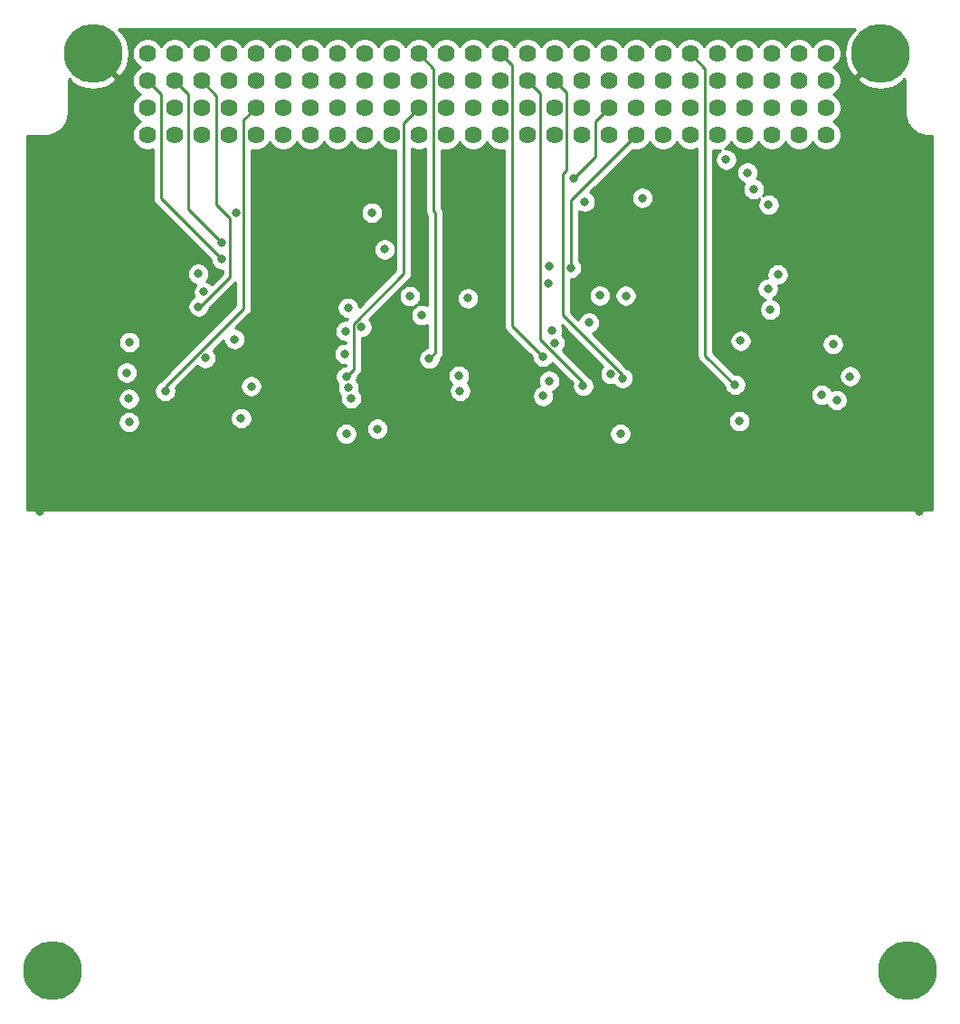
<source format=gtl>
G04 #@! TF.GenerationSoftware,KiCad,Pcbnew,5.1.6-1.fc32*
G04 #@! TF.CreationDate,2020-09-17T12:17:53-03:00*
G04 #@! TF.ProjectId,pc104-adapter-top,70633130-342d-4616-9461-707465722d74,v2.0*
G04 #@! TF.SameCoordinates,Original*
G04 #@! TF.FileFunction,Copper,L1,Top*
G04 #@! TF.FilePolarity,Positive*
%FSLAX46Y46*%
G04 Gerber Fmt 4.6, Leading zero omitted, Abs format (unit mm)*
G04 Created by KiCad (PCBNEW 5.1.6-1.fc32) date 2020-09-17 12:17:53*
%MOMM*%
%LPD*%
G01*
G04 APERTURE LIST*
G04 #@! TA.AperFunction,ComponentPad*
%ADD10C,5.500000*%
G04 #@! TD*
G04 #@! TA.AperFunction,ViaPad*
%ADD11C,1.620000*%
G04 #@! TD*
G04 #@! TA.AperFunction,ViaPad*
%ADD12C,0.800000*%
G04 #@! TD*
G04 #@! TA.AperFunction,Conductor*
%ADD13C,0.250000*%
G04 #@! TD*
G04 #@! TA.AperFunction,Conductor*
%ADD14C,0.254000*%
G04 #@! TD*
G04 APERTURE END LIST*
D10*
X105350000Y-140866000D03*
X185390000Y-140866000D03*
D11*
X177750000Y-55136000D03*
X177750000Y-57676000D03*
X175210000Y-55136000D03*
X175210000Y-57676000D03*
X172670000Y-55136000D03*
X172670000Y-57676000D03*
X170130000Y-55136000D03*
X170130000Y-57676000D03*
X167590000Y-55136000D03*
X167590000Y-57676000D03*
X165050000Y-55136000D03*
X165050000Y-57676000D03*
X162510000Y-55136000D03*
X162510000Y-57676000D03*
X159970000Y-55136000D03*
X159970000Y-57676000D03*
X157430000Y-55136000D03*
X157430000Y-57676000D03*
X154890000Y-55136000D03*
X154890000Y-57676000D03*
X152350000Y-55136000D03*
X152350000Y-57676000D03*
X149810000Y-55136000D03*
X149810000Y-57676000D03*
X147270000Y-55136000D03*
X147270000Y-57676000D03*
X144730000Y-55136000D03*
X144730000Y-57676000D03*
X142190000Y-55136000D03*
X142190000Y-57676000D03*
X139650000Y-55136000D03*
X139650000Y-57676000D03*
X137110000Y-55136000D03*
X137110000Y-57676000D03*
X134570000Y-55136000D03*
X134570000Y-57676000D03*
X132030000Y-55136000D03*
X132030000Y-57676000D03*
X129490000Y-55136000D03*
X129490000Y-57676000D03*
X126950000Y-55136000D03*
X126950000Y-57676000D03*
X124410000Y-55136000D03*
X124410000Y-57676000D03*
X121870000Y-55136000D03*
X121870000Y-57676000D03*
X119330000Y-55136000D03*
X119330000Y-57676000D03*
X116790000Y-55136000D03*
X116790000Y-57676000D03*
X114250000Y-55136000D03*
X114250000Y-57676000D03*
X177750000Y-60216000D03*
X177750000Y-62756000D03*
X175210000Y-60216000D03*
X175210000Y-62756000D03*
X172670000Y-60216000D03*
X172670000Y-62756000D03*
X170130000Y-60216000D03*
X170130000Y-62756000D03*
X167590000Y-60216000D03*
X167590000Y-62756000D03*
X165050000Y-60216000D03*
X165050000Y-62756000D03*
X162510000Y-60216000D03*
X162510000Y-62756000D03*
X159970000Y-60216000D03*
X159970000Y-62756000D03*
X157430000Y-60216000D03*
X157430000Y-62756000D03*
X154890000Y-60216000D03*
X154890000Y-62756000D03*
X152350000Y-60216000D03*
X152350000Y-62756000D03*
X149810000Y-60216000D03*
X149810000Y-62756000D03*
X147270000Y-60216000D03*
X147270000Y-62756000D03*
X144730000Y-60216000D03*
X144730000Y-62756000D03*
X142190000Y-60216000D03*
X142190000Y-62756000D03*
X139650000Y-60216000D03*
X139650000Y-62756000D03*
X137110000Y-60216000D03*
X137110000Y-62756000D03*
X134570000Y-60216000D03*
X134570000Y-62756000D03*
X132030000Y-60216000D03*
X132030000Y-62756000D03*
X129490000Y-60216000D03*
X129490000Y-62756000D03*
X126950000Y-60216000D03*
X126950000Y-62756000D03*
X124410000Y-60216000D03*
X124410000Y-62756000D03*
X121870000Y-60216000D03*
X121870000Y-62756000D03*
X119330000Y-60216000D03*
X119330000Y-62756000D03*
X116790000Y-60216000D03*
X116790000Y-62756000D03*
X114250000Y-60216000D03*
X114250000Y-62756000D03*
D10*
X182840000Y-55136000D03*
X109160000Y-55136000D03*
D12*
X104216400Y-98017200D03*
X186484400Y-98017200D03*
X123008400Y-89250000D03*
X123968200Y-86256800D03*
X119666200Y-83619600D03*
X122401300Y-81852200D03*
X122528100Y-70027700D03*
X119038500Y-78804600D03*
X119548300Y-77439900D03*
X121202300Y-72808700D03*
X119008000Y-75736900D03*
X121211500Y-74388100D03*
X144252600Y-78024700D03*
X143500400Y-86706300D03*
X143390200Y-85290900D03*
X140627600Y-83685900D03*
X139907100Y-79623100D03*
X138803400Y-77839800D03*
X136445300Y-73461300D03*
X135247000Y-70027700D03*
X160568500Y-68640200D03*
X159013100Y-77794400D03*
X156575900Y-77781100D03*
X155178100Y-68997000D03*
X158713300Y-85500000D03*
X157603500Y-85112700D03*
X155027600Y-86222100D03*
X151280400Y-83496800D03*
X158500700Y-90697200D03*
X172371900Y-69281200D03*
X173237400Y-75807400D03*
X170974700Y-67816900D03*
X172313400Y-77128900D03*
X170392500Y-66278600D03*
X172535200Y-79082600D03*
X169750000Y-82012900D03*
X168405500Y-65065100D03*
X169237700Y-86114600D03*
X169647400Y-89512900D03*
X112532500Y-89603300D03*
X112514600Y-87420800D03*
X115929800Y-86695600D03*
X112311500Y-84982700D03*
X112568100Y-82135100D03*
X132846100Y-90697200D03*
X135767000Y-90243400D03*
X133311300Y-87391400D03*
X133048800Y-86376700D03*
X132846100Y-85362100D03*
X132731200Y-83243400D03*
X134270300Y-80711900D03*
X132819600Y-81102900D03*
X133030200Y-78919300D03*
X151858900Y-75000100D03*
X151730700Y-76613100D03*
X153881200Y-75186100D03*
X154127500Y-66809200D03*
X155575600Y-80305900D03*
X152090300Y-81052400D03*
X152352800Y-82202800D03*
X151832900Y-85759600D03*
X151283900Y-87178800D03*
X179988500Y-85331100D03*
X178397300Y-82320600D03*
X178751100Y-87559400D03*
X177339900Y-87071900D03*
D13*
X184164900Y-95697700D02*
X186484400Y-98017200D01*
X104216400Y-95880400D02*
X104216400Y-98017200D01*
X119038500Y-78804600D02*
X119209400Y-78804600D01*
X119209400Y-78804600D02*
X122008400Y-76005600D01*
X122008400Y-76005600D02*
X122008400Y-70533700D01*
X122008400Y-70533700D02*
X120734600Y-69259900D01*
X120734600Y-69259900D02*
X120734600Y-59080600D01*
X120734600Y-59080600D02*
X119330000Y-57676000D01*
X121202300Y-72808700D02*
X118060000Y-69666400D01*
X118060000Y-69666400D02*
X118060000Y-58946000D01*
X118060000Y-58946000D02*
X116790000Y-57676000D01*
X121211500Y-74388100D02*
X115520000Y-68696600D01*
X115520000Y-68696600D02*
X115520000Y-58946000D01*
X115520000Y-58946000D02*
X114250000Y-57676000D01*
X140627600Y-83685900D02*
X141167300Y-83146200D01*
X141167300Y-83146200D02*
X141167300Y-70004200D01*
X141167300Y-70004200D02*
X141054600Y-69891500D01*
X141054600Y-69891500D02*
X141054600Y-56540600D01*
X141054600Y-56540600D02*
X139650000Y-55136000D01*
X158713300Y-85500000D02*
X158713300Y-85196700D01*
X158713300Y-85196700D02*
X153155900Y-79639300D01*
X153155900Y-79639300D02*
X153155900Y-66413300D01*
X153155900Y-66413300D02*
X153486700Y-66082500D01*
X153486700Y-66082500D02*
X153486700Y-58812700D01*
X153486700Y-58812700D02*
X152350000Y-57676000D01*
X149810000Y-57676000D02*
X151005400Y-58871400D01*
X151005400Y-58871400D02*
X151005400Y-81881100D01*
X151005400Y-81881100D02*
X155027600Y-85903300D01*
X155027600Y-85903300D02*
X155027600Y-86222100D01*
X147270000Y-55136000D02*
X148405400Y-56271400D01*
X148405400Y-56271400D02*
X148405400Y-80621800D01*
X148405400Y-80621800D02*
X151280400Y-83496800D01*
X165050000Y-55136000D02*
X166454600Y-56540600D01*
X166454600Y-56540600D02*
X166454600Y-83388500D01*
X166454600Y-83388500D02*
X169180700Y-86114600D01*
X169180700Y-86114600D02*
X169237700Y-86114600D01*
X124410000Y-60216000D02*
X123271700Y-61354300D01*
X123271700Y-61354300D02*
X123271700Y-78988400D01*
X123271700Y-78988400D02*
X115929800Y-86330300D01*
X115929800Y-86330300D02*
X115929800Y-86695600D01*
X139650000Y-60216000D02*
X138245400Y-61620600D01*
X138245400Y-61620600D02*
X138245400Y-75711100D01*
X138245400Y-75711100D02*
X133545000Y-80411500D01*
X133545000Y-80411500D02*
X133545000Y-84663200D01*
X133545000Y-84663200D02*
X132846100Y-85362100D01*
X159970000Y-62756000D02*
X153881200Y-68844800D01*
X153881200Y-68844800D02*
X153881200Y-75186100D01*
X157430000Y-60216000D02*
X156160000Y-61486000D01*
X156160000Y-61486000D02*
X156160000Y-64776700D01*
X156160000Y-64776700D02*
X154127500Y-66809200D01*
D14*
G36*
X180459070Y-52934678D02*
G01*
X180015497Y-53240859D01*
X179700046Y-53828306D01*
X179505260Y-54466008D01*
X179438628Y-55129457D01*
X179502708Y-55793158D01*
X179695038Y-56431605D01*
X180008228Y-57020262D01*
X180015497Y-57031141D01*
X180459072Y-57337323D01*
X182660395Y-55136000D01*
X182646253Y-55121858D01*
X182825858Y-54942253D01*
X182840000Y-54956395D01*
X182854143Y-54942253D01*
X183033748Y-55121858D01*
X183019605Y-55136000D01*
X183033748Y-55150143D01*
X182854143Y-55329748D01*
X182840000Y-55315605D01*
X180638677Y-57516928D01*
X180944859Y-57960503D01*
X181532306Y-58275954D01*
X182170008Y-58470740D01*
X182833457Y-58537372D01*
X183497158Y-58473292D01*
X184135605Y-58280962D01*
X184724262Y-57967772D01*
X184735141Y-57960503D01*
X185041322Y-57516930D01*
X185130000Y-57605608D01*
X185130000Y-60670876D01*
X185133024Y-60701575D01*
X185132959Y-60710820D01*
X185133926Y-60720686D01*
X185164526Y-61011831D01*
X185177466Y-61074868D01*
X185189524Y-61138080D01*
X185192389Y-61147570D01*
X185278957Y-61427226D01*
X185303883Y-61486521D01*
X185328001Y-61546215D01*
X185332655Y-61554967D01*
X185471894Y-61812483D01*
X185507873Y-61865825D01*
X185543114Y-61919678D01*
X185549379Y-61927360D01*
X185735984Y-62152927D01*
X185781621Y-62198246D01*
X185826669Y-62244248D01*
X185834308Y-62250566D01*
X186061172Y-62435592D01*
X186114732Y-62471177D01*
X186167868Y-62507560D01*
X186176588Y-62512275D01*
X186435069Y-62649712D01*
X186494544Y-62674225D01*
X186553711Y-62699584D01*
X186563181Y-62702516D01*
X186843435Y-62787130D01*
X186906525Y-62799622D01*
X186969506Y-62813009D01*
X186979365Y-62814045D01*
X187270717Y-62842612D01*
X187270723Y-62842612D01*
X187305123Y-62846000D01*
X187690001Y-62846000D01*
X187690001Y-97773000D01*
X103010000Y-97773000D01*
X103010000Y-89501361D01*
X111497500Y-89501361D01*
X111497500Y-89705239D01*
X111537274Y-89905198D01*
X111615295Y-90093556D01*
X111728563Y-90263074D01*
X111872726Y-90407237D01*
X112042244Y-90520505D01*
X112230602Y-90598526D01*
X112430561Y-90638300D01*
X112634439Y-90638300D01*
X112834398Y-90598526D01*
X112842280Y-90595261D01*
X131811100Y-90595261D01*
X131811100Y-90799139D01*
X131850874Y-90999098D01*
X131928895Y-91187456D01*
X132042163Y-91356974D01*
X132186326Y-91501137D01*
X132355844Y-91614405D01*
X132544202Y-91692426D01*
X132744161Y-91732200D01*
X132948039Y-91732200D01*
X133147998Y-91692426D01*
X133336356Y-91614405D01*
X133505874Y-91501137D01*
X133650037Y-91356974D01*
X133763305Y-91187456D01*
X133841326Y-90999098D01*
X133881100Y-90799139D01*
X133881100Y-90595261D01*
X133841326Y-90395302D01*
X133763305Y-90206944D01*
X133719551Y-90141461D01*
X134732000Y-90141461D01*
X134732000Y-90345339D01*
X134771774Y-90545298D01*
X134849795Y-90733656D01*
X134963063Y-90903174D01*
X135107226Y-91047337D01*
X135276744Y-91160605D01*
X135465102Y-91238626D01*
X135665061Y-91278400D01*
X135868939Y-91278400D01*
X136068898Y-91238626D01*
X136257256Y-91160605D01*
X136426774Y-91047337D01*
X136570937Y-90903174D01*
X136684205Y-90733656D01*
X136741530Y-90595261D01*
X157465700Y-90595261D01*
X157465700Y-90799139D01*
X157505474Y-90999098D01*
X157583495Y-91187456D01*
X157696763Y-91356974D01*
X157840926Y-91501137D01*
X158010444Y-91614405D01*
X158198802Y-91692426D01*
X158398761Y-91732200D01*
X158602639Y-91732200D01*
X158802598Y-91692426D01*
X158990956Y-91614405D01*
X159160474Y-91501137D01*
X159304637Y-91356974D01*
X159417905Y-91187456D01*
X159495926Y-90999098D01*
X159535700Y-90799139D01*
X159535700Y-90595261D01*
X159495926Y-90395302D01*
X159417905Y-90206944D01*
X159304637Y-90037426D01*
X159160474Y-89893263D01*
X158990956Y-89779995D01*
X158802598Y-89701974D01*
X158602639Y-89662200D01*
X158398761Y-89662200D01*
X158198802Y-89701974D01*
X158010444Y-89779995D01*
X157840926Y-89893263D01*
X157696763Y-90037426D01*
X157583495Y-90206944D01*
X157505474Y-90395302D01*
X157465700Y-90595261D01*
X136741530Y-90595261D01*
X136762226Y-90545298D01*
X136802000Y-90345339D01*
X136802000Y-90141461D01*
X136762226Y-89941502D01*
X136684205Y-89753144D01*
X136570937Y-89583626D01*
X136426774Y-89439463D01*
X136384118Y-89410961D01*
X168612400Y-89410961D01*
X168612400Y-89614839D01*
X168652174Y-89814798D01*
X168730195Y-90003156D01*
X168843463Y-90172674D01*
X168987626Y-90316837D01*
X169157144Y-90430105D01*
X169345502Y-90508126D01*
X169545461Y-90547900D01*
X169749339Y-90547900D01*
X169949298Y-90508126D01*
X170137656Y-90430105D01*
X170307174Y-90316837D01*
X170451337Y-90172674D01*
X170564605Y-90003156D01*
X170642626Y-89814798D01*
X170682400Y-89614839D01*
X170682400Y-89410961D01*
X170642626Y-89211002D01*
X170564605Y-89022644D01*
X170451337Y-88853126D01*
X170307174Y-88708963D01*
X170137656Y-88595695D01*
X169949298Y-88517674D01*
X169749339Y-88477900D01*
X169545461Y-88477900D01*
X169345502Y-88517674D01*
X169157144Y-88595695D01*
X168987626Y-88708963D01*
X168843463Y-88853126D01*
X168730195Y-89022644D01*
X168652174Y-89211002D01*
X168612400Y-89410961D01*
X136384118Y-89410961D01*
X136257256Y-89326195D01*
X136068898Y-89248174D01*
X135868939Y-89208400D01*
X135665061Y-89208400D01*
X135465102Y-89248174D01*
X135276744Y-89326195D01*
X135107226Y-89439463D01*
X134963063Y-89583626D01*
X134849795Y-89753144D01*
X134771774Y-89941502D01*
X134732000Y-90141461D01*
X133719551Y-90141461D01*
X133650037Y-90037426D01*
X133505874Y-89893263D01*
X133336356Y-89779995D01*
X133147998Y-89701974D01*
X132948039Y-89662200D01*
X132744161Y-89662200D01*
X132544202Y-89701974D01*
X132355844Y-89779995D01*
X132186326Y-89893263D01*
X132042163Y-90037426D01*
X131928895Y-90206944D01*
X131850874Y-90395302D01*
X131811100Y-90595261D01*
X112842280Y-90595261D01*
X113022756Y-90520505D01*
X113192274Y-90407237D01*
X113336437Y-90263074D01*
X113449705Y-90093556D01*
X113527726Y-89905198D01*
X113567500Y-89705239D01*
X113567500Y-89501361D01*
X113527726Y-89301402D01*
X113464210Y-89148061D01*
X121973400Y-89148061D01*
X121973400Y-89351939D01*
X122013174Y-89551898D01*
X122091195Y-89740256D01*
X122204463Y-89909774D01*
X122348626Y-90053937D01*
X122518144Y-90167205D01*
X122706502Y-90245226D01*
X122906461Y-90285000D01*
X123110339Y-90285000D01*
X123310298Y-90245226D01*
X123498656Y-90167205D01*
X123668174Y-90053937D01*
X123812337Y-89909774D01*
X123925605Y-89740256D01*
X124003626Y-89551898D01*
X124043400Y-89351939D01*
X124043400Y-89148061D01*
X124003626Y-88948102D01*
X123925605Y-88759744D01*
X123812337Y-88590226D01*
X123668174Y-88446063D01*
X123498656Y-88332795D01*
X123310298Y-88254774D01*
X123110339Y-88215000D01*
X122906461Y-88215000D01*
X122706502Y-88254774D01*
X122518144Y-88332795D01*
X122348626Y-88446063D01*
X122204463Y-88590226D01*
X122091195Y-88759744D01*
X122013174Y-88948102D01*
X121973400Y-89148061D01*
X113464210Y-89148061D01*
X113449705Y-89113044D01*
X113336437Y-88943526D01*
X113192274Y-88799363D01*
X113022756Y-88686095D01*
X112834398Y-88608074D01*
X112634439Y-88568300D01*
X112430561Y-88568300D01*
X112230602Y-88608074D01*
X112042244Y-88686095D01*
X111872726Y-88799363D01*
X111728563Y-88943526D01*
X111615295Y-89113044D01*
X111537274Y-89301402D01*
X111497500Y-89501361D01*
X103010000Y-89501361D01*
X103010000Y-87318861D01*
X111479600Y-87318861D01*
X111479600Y-87522739D01*
X111519374Y-87722698D01*
X111597395Y-87911056D01*
X111710663Y-88080574D01*
X111854826Y-88224737D01*
X112024344Y-88338005D01*
X112212702Y-88416026D01*
X112412661Y-88455800D01*
X112616539Y-88455800D01*
X112816498Y-88416026D01*
X113004856Y-88338005D01*
X113174374Y-88224737D01*
X113318537Y-88080574D01*
X113431805Y-87911056D01*
X113509826Y-87722698D01*
X113549600Y-87522739D01*
X113549600Y-87318861D01*
X113509826Y-87118902D01*
X113431805Y-86930544D01*
X113318537Y-86761026D01*
X113174374Y-86616863D01*
X113004856Y-86503595D01*
X112816498Y-86425574D01*
X112616539Y-86385800D01*
X112412661Y-86385800D01*
X112212702Y-86425574D01*
X112024344Y-86503595D01*
X111854826Y-86616863D01*
X111710663Y-86761026D01*
X111597395Y-86930544D01*
X111519374Y-87118902D01*
X111479600Y-87318861D01*
X103010000Y-87318861D01*
X103010000Y-84880761D01*
X111276500Y-84880761D01*
X111276500Y-85084639D01*
X111316274Y-85284598D01*
X111394295Y-85472956D01*
X111507563Y-85642474D01*
X111651726Y-85786637D01*
X111821244Y-85899905D01*
X112009602Y-85977926D01*
X112209561Y-86017700D01*
X112413439Y-86017700D01*
X112613398Y-85977926D01*
X112801756Y-85899905D01*
X112971274Y-85786637D01*
X113115437Y-85642474D01*
X113228705Y-85472956D01*
X113306726Y-85284598D01*
X113346500Y-85084639D01*
X113346500Y-84880761D01*
X113306726Y-84680802D01*
X113228705Y-84492444D01*
X113115437Y-84322926D01*
X112971274Y-84178763D01*
X112801756Y-84065495D01*
X112613398Y-83987474D01*
X112413439Y-83947700D01*
X112209561Y-83947700D01*
X112009602Y-83987474D01*
X111821244Y-84065495D01*
X111651726Y-84178763D01*
X111507563Y-84322926D01*
X111394295Y-84492444D01*
X111316274Y-84680802D01*
X111276500Y-84880761D01*
X103010000Y-84880761D01*
X103010000Y-82033161D01*
X111533100Y-82033161D01*
X111533100Y-82237039D01*
X111572874Y-82436998D01*
X111650895Y-82625356D01*
X111764163Y-82794874D01*
X111908326Y-82939037D01*
X112077844Y-83052305D01*
X112266202Y-83130326D01*
X112466161Y-83170100D01*
X112670039Y-83170100D01*
X112869998Y-83130326D01*
X113058356Y-83052305D01*
X113227874Y-82939037D01*
X113372037Y-82794874D01*
X113485305Y-82625356D01*
X113563326Y-82436998D01*
X113603100Y-82237039D01*
X113603100Y-82033161D01*
X113563326Y-81833202D01*
X113485305Y-81644844D01*
X113372037Y-81475326D01*
X113227874Y-81331163D01*
X113058356Y-81217895D01*
X112869998Y-81139874D01*
X112670039Y-81100100D01*
X112466161Y-81100100D01*
X112266202Y-81139874D01*
X112077844Y-81217895D01*
X111908326Y-81331163D01*
X111764163Y-81475326D01*
X111650895Y-81644844D01*
X111572874Y-81833202D01*
X111533100Y-82033161D01*
X103010000Y-82033161D01*
X103010000Y-62846000D01*
X104694877Y-62846000D01*
X104725576Y-62842976D01*
X104734820Y-62843041D01*
X104744686Y-62842074D01*
X105035831Y-62811474D01*
X105098868Y-62798534D01*
X105162080Y-62786476D01*
X105171570Y-62783611D01*
X105451226Y-62697043D01*
X105510521Y-62672117D01*
X105570215Y-62647999D01*
X105578967Y-62643345D01*
X105836483Y-62504106D01*
X105889825Y-62468127D01*
X105943678Y-62432886D01*
X105951360Y-62426621D01*
X106176927Y-62240016D01*
X106222246Y-62194379D01*
X106268248Y-62149331D01*
X106274566Y-62141692D01*
X106459592Y-61914828D01*
X106495177Y-61861268D01*
X106531560Y-61808132D01*
X106536275Y-61799412D01*
X106673712Y-61540931D01*
X106698225Y-61481456D01*
X106723584Y-61422289D01*
X106726516Y-61412819D01*
X106811130Y-61132565D01*
X106823622Y-61069475D01*
X106837009Y-61006494D01*
X106838045Y-60996635D01*
X106866612Y-60705283D01*
X106866612Y-60705277D01*
X106870000Y-60670877D01*
X106870000Y-57605608D01*
X106958678Y-57516930D01*
X107264859Y-57960503D01*
X107852306Y-58275954D01*
X108490008Y-58470740D01*
X109153457Y-58537372D01*
X109817158Y-58473292D01*
X110455605Y-58280962D01*
X111044262Y-57967772D01*
X111055141Y-57960503D01*
X111361323Y-57516928D01*
X109160000Y-55315605D01*
X109145858Y-55329748D01*
X108966253Y-55150143D01*
X108980395Y-55136000D01*
X108966253Y-55121858D01*
X109145858Y-54942253D01*
X109160000Y-54956395D01*
X109174143Y-54942253D01*
X109353748Y-55121858D01*
X109339605Y-55136000D01*
X111540928Y-57337323D01*
X111984503Y-57031141D01*
X112299954Y-56443694D01*
X112494740Y-55805992D01*
X112561372Y-55142543D01*
X112547000Y-54993680D01*
X112805000Y-54993680D01*
X112805000Y-55278320D01*
X112860530Y-55557491D01*
X112969457Y-55820464D01*
X113127595Y-56057134D01*
X113328866Y-56258405D01*
X113549757Y-56406000D01*
X113328866Y-56553595D01*
X113127595Y-56754866D01*
X112969457Y-56991536D01*
X112860530Y-57254509D01*
X112805000Y-57533680D01*
X112805000Y-57818320D01*
X112860530Y-58097491D01*
X112969457Y-58360464D01*
X113127595Y-58597134D01*
X113328866Y-58798405D01*
X113549757Y-58946000D01*
X113328866Y-59093595D01*
X113127595Y-59294866D01*
X112969457Y-59531536D01*
X112860530Y-59794509D01*
X112805000Y-60073680D01*
X112805000Y-60358320D01*
X112860530Y-60637491D01*
X112969457Y-60900464D01*
X113127595Y-61137134D01*
X113328866Y-61338405D01*
X113549757Y-61486000D01*
X113328866Y-61633595D01*
X113127595Y-61834866D01*
X112969457Y-62071536D01*
X112860530Y-62334509D01*
X112805000Y-62613680D01*
X112805000Y-62898320D01*
X112860530Y-63177491D01*
X112969457Y-63440464D01*
X113127595Y-63677134D01*
X113328866Y-63878405D01*
X113565536Y-64036543D01*
X113828509Y-64145470D01*
X114107680Y-64201000D01*
X114392320Y-64201000D01*
X114671491Y-64145470D01*
X114760000Y-64108808D01*
X114760000Y-68659278D01*
X114756324Y-68696600D01*
X114760000Y-68733922D01*
X114760000Y-68733932D01*
X114770997Y-68845585D01*
X114805963Y-68960854D01*
X114814454Y-68988846D01*
X114885026Y-69120876D01*
X114898297Y-69137046D01*
X114979999Y-69236601D01*
X115009003Y-69260404D01*
X120176500Y-74427903D01*
X120176500Y-74490039D01*
X120216274Y-74689998D01*
X120294295Y-74878356D01*
X120407563Y-75047874D01*
X120551726Y-75192037D01*
X120721244Y-75305305D01*
X120909602Y-75383326D01*
X121109561Y-75423100D01*
X121248400Y-75423100D01*
X121248400Y-75690798D01*
X120255655Y-76683544D01*
X120208074Y-76635963D01*
X120038556Y-76522695D01*
X119850198Y-76444674D01*
X119778249Y-76430362D01*
X119811937Y-76396674D01*
X119925205Y-76227156D01*
X120003226Y-76038798D01*
X120043000Y-75838839D01*
X120043000Y-75634961D01*
X120003226Y-75435002D01*
X119925205Y-75246644D01*
X119811937Y-75077126D01*
X119667774Y-74932963D01*
X119498256Y-74819695D01*
X119309898Y-74741674D01*
X119109939Y-74701900D01*
X118906061Y-74701900D01*
X118706102Y-74741674D01*
X118517744Y-74819695D01*
X118348226Y-74932963D01*
X118204063Y-75077126D01*
X118090795Y-75246644D01*
X118012774Y-75435002D01*
X117973000Y-75634961D01*
X117973000Y-75838839D01*
X118012774Y-76038798D01*
X118090795Y-76227156D01*
X118204063Y-76396674D01*
X118348226Y-76540837D01*
X118517744Y-76654105D01*
X118706102Y-76732126D01*
X118778051Y-76746438D01*
X118744363Y-76780126D01*
X118631095Y-76949644D01*
X118553074Y-77138002D01*
X118513300Y-77337961D01*
X118513300Y-77541839D01*
X118553074Y-77741798D01*
X118603843Y-77864365D01*
X118548244Y-77887395D01*
X118378726Y-78000663D01*
X118234563Y-78144826D01*
X118121295Y-78314344D01*
X118043274Y-78502702D01*
X118003500Y-78702661D01*
X118003500Y-78906539D01*
X118043274Y-79106498D01*
X118121295Y-79294856D01*
X118234563Y-79464374D01*
X118378726Y-79608537D01*
X118548244Y-79721805D01*
X118736602Y-79799826D01*
X118936561Y-79839600D01*
X119140439Y-79839600D01*
X119340398Y-79799826D01*
X119528756Y-79721805D01*
X119698274Y-79608537D01*
X119842437Y-79464374D01*
X119955705Y-79294856D01*
X120033726Y-79106498D01*
X120046494Y-79042307D01*
X122511701Y-76577101D01*
X122511701Y-78673597D01*
X115418803Y-85766496D01*
X115389799Y-85790299D01*
X115355845Y-85831673D01*
X115351034Y-85837536D01*
X115270026Y-85891663D01*
X115125863Y-86035826D01*
X115012595Y-86205344D01*
X114934574Y-86393702D01*
X114894800Y-86593661D01*
X114894800Y-86797539D01*
X114934574Y-86997498D01*
X115012595Y-87185856D01*
X115125863Y-87355374D01*
X115270026Y-87499537D01*
X115439544Y-87612805D01*
X115627902Y-87690826D01*
X115827861Y-87730600D01*
X116031739Y-87730600D01*
X116231698Y-87690826D01*
X116420056Y-87612805D01*
X116589574Y-87499537D01*
X116733737Y-87355374D01*
X116847005Y-87185856D01*
X116925026Y-86997498D01*
X116964800Y-86797539D01*
X116964800Y-86593661D01*
X116927709Y-86407192D01*
X117180040Y-86154861D01*
X122933200Y-86154861D01*
X122933200Y-86358739D01*
X122972974Y-86558698D01*
X123050995Y-86747056D01*
X123164263Y-86916574D01*
X123308426Y-87060737D01*
X123477944Y-87174005D01*
X123666302Y-87252026D01*
X123866261Y-87291800D01*
X124070139Y-87291800D01*
X124270098Y-87252026D01*
X124458456Y-87174005D01*
X124627974Y-87060737D01*
X124772137Y-86916574D01*
X124885405Y-86747056D01*
X124963426Y-86558698D01*
X125003200Y-86358739D01*
X125003200Y-86154861D01*
X124963426Y-85954902D01*
X124885405Y-85766544D01*
X124772137Y-85597026D01*
X124627974Y-85452863D01*
X124458456Y-85339595D01*
X124270098Y-85261574D01*
X124070139Y-85221800D01*
X123866261Y-85221800D01*
X123666302Y-85261574D01*
X123477944Y-85339595D01*
X123308426Y-85452863D01*
X123164263Y-85597026D01*
X123050995Y-85766544D01*
X122972974Y-85954902D01*
X122933200Y-86154861D01*
X117180040Y-86154861D01*
X118958895Y-84376006D01*
X119006426Y-84423537D01*
X119175944Y-84536805D01*
X119364302Y-84614826D01*
X119564261Y-84654600D01*
X119768139Y-84654600D01*
X119968098Y-84614826D01*
X120156456Y-84536805D01*
X120325974Y-84423537D01*
X120470137Y-84279374D01*
X120583405Y-84109856D01*
X120661426Y-83921498D01*
X120701200Y-83721539D01*
X120701200Y-83517661D01*
X120661426Y-83317702D01*
X120583405Y-83129344D01*
X120470137Y-82959826D01*
X120422606Y-82912295D01*
X121368699Y-81966202D01*
X121406074Y-82154098D01*
X121484095Y-82342456D01*
X121597363Y-82511974D01*
X121741526Y-82656137D01*
X121911044Y-82769405D01*
X122099402Y-82847426D01*
X122299361Y-82887200D01*
X122503239Y-82887200D01*
X122703198Y-82847426D01*
X122891556Y-82769405D01*
X123061074Y-82656137D01*
X123205237Y-82511974D01*
X123318505Y-82342456D01*
X123396526Y-82154098D01*
X123436300Y-81954139D01*
X123436300Y-81750261D01*
X123396526Y-81550302D01*
X123318505Y-81361944D01*
X123205237Y-81192426D01*
X123061074Y-81048263D01*
X122891556Y-80934995D01*
X122703198Y-80856974D01*
X122515302Y-80819600D01*
X123782703Y-79552199D01*
X123811701Y-79528401D01*
X123906674Y-79412676D01*
X123977246Y-79280647D01*
X124020703Y-79137386D01*
X124031700Y-79025733D01*
X124035377Y-78988400D01*
X124031700Y-78951067D01*
X124031700Y-73359361D01*
X135410300Y-73359361D01*
X135410300Y-73563239D01*
X135450074Y-73763198D01*
X135528095Y-73951556D01*
X135641363Y-74121074D01*
X135785526Y-74265237D01*
X135955044Y-74378505D01*
X136143402Y-74456526D01*
X136343361Y-74496300D01*
X136547239Y-74496300D01*
X136747198Y-74456526D01*
X136935556Y-74378505D01*
X137105074Y-74265237D01*
X137249237Y-74121074D01*
X137362505Y-73951556D01*
X137440526Y-73763198D01*
X137480300Y-73563239D01*
X137480300Y-73359361D01*
X137440526Y-73159402D01*
X137362505Y-72971044D01*
X137249237Y-72801526D01*
X137105074Y-72657363D01*
X136935556Y-72544095D01*
X136747198Y-72466074D01*
X136547239Y-72426300D01*
X136343361Y-72426300D01*
X136143402Y-72466074D01*
X135955044Y-72544095D01*
X135785526Y-72657363D01*
X135641363Y-72801526D01*
X135528095Y-72971044D01*
X135450074Y-73159402D01*
X135410300Y-73359361D01*
X124031700Y-73359361D01*
X124031700Y-69925761D01*
X134212000Y-69925761D01*
X134212000Y-70129639D01*
X134251774Y-70329598D01*
X134329795Y-70517956D01*
X134443063Y-70687474D01*
X134587226Y-70831637D01*
X134756744Y-70944905D01*
X134945102Y-71022926D01*
X135145061Y-71062700D01*
X135348939Y-71062700D01*
X135548898Y-71022926D01*
X135737256Y-70944905D01*
X135906774Y-70831637D01*
X136050937Y-70687474D01*
X136164205Y-70517956D01*
X136242226Y-70329598D01*
X136282000Y-70129639D01*
X136282000Y-69925761D01*
X136242226Y-69725802D01*
X136164205Y-69537444D01*
X136050937Y-69367926D01*
X135906774Y-69223763D01*
X135737256Y-69110495D01*
X135548898Y-69032474D01*
X135348939Y-68992700D01*
X135145061Y-68992700D01*
X134945102Y-69032474D01*
X134756744Y-69110495D01*
X134587226Y-69223763D01*
X134443063Y-69367926D01*
X134329795Y-69537444D01*
X134251774Y-69725802D01*
X134212000Y-69925761D01*
X124031700Y-69925761D01*
X124031700Y-64154061D01*
X124267680Y-64201000D01*
X124552320Y-64201000D01*
X124831491Y-64145470D01*
X125094464Y-64036543D01*
X125331134Y-63878405D01*
X125532405Y-63677134D01*
X125680000Y-63456243D01*
X125827595Y-63677134D01*
X126028866Y-63878405D01*
X126265536Y-64036543D01*
X126528509Y-64145470D01*
X126807680Y-64201000D01*
X127092320Y-64201000D01*
X127371491Y-64145470D01*
X127634464Y-64036543D01*
X127871134Y-63878405D01*
X128072405Y-63677134D01*
X128220000Y-63456243D01*
X128367595Y-63677134D01*
X128568866Y-63878405D01*
X128805536Y-64036543D01*
X129068509Y-64145470D01*
X129347680Y-64201000D01*
X129632320Y-64201000D01*
X129911491Y-64145470D01*
X130174464Y-64036543D01*
X130411134Y-63878405D01*
X130612405Y-63677134D01*
X130760000Y-63456243D01*
X130907595Y-63677134D01*
X131108866Y-63878405D01*
X131345536Y-64036543D01*
X131608509Y-64145470D01*
X131887680Y-64201000D01*
X132172320Y-64201000D01*
X132451491Y-64145470D01*
X132714464Y-64036543D01*
X132951134Y-63878405D01*
X133152405Y-63677134D01*
X133300000Y-63456243D01*
X133447595Y-63677134D01*
X133648866Y-63878405D01*
X133885536Y-64036543D01*
X134148509Y-64145470D01*
X134427680Y-64201000D01*
X134712320Y-64201000D01*
X134991491Y-64145470D01*
X135254464Y-64036543D01*
X135491134Y-63878405D01*
X135692405Y-63677134D01*
X135840000Y-63456243D01*
X135987595Y-63677134D01*
X136188866Y-63878405D01*
X136425536Y-64036543D01*
X136688509Y-64145470D01*
X136967680Y-64201000D01*
X137252320Y-64201000D01*
X137485400Y-64154638D01*
X137485401Y-75396296D01*
X134065057Y-78816642D01*
X134025426Y-78617402D01*
X133947405Y-78429044D01*
X133834137Y-78259526D01*
X133689974Y-78115363D01*
X133520456Y-78002095D01*
X133332098Y-77924074D01*
X133132139Y-77884300D01*
X132928261Y-77884300D01*
X132728302Y-77924074D01*
X132539944Y-78002095D01*
X132370426Y-78115363D01*
X132226263Y-78259526D01*
X132112995Y-78429044D01*
X132034974Y-78617402D01*
X131995200Y-78817361D01*
X131995200Y-79021239D01*
X132034974Y-79221198D01*
X132112995Y-79409556D01*
X132226263Y-79579074D01*
X132370426Y-79723237D01*
X132539944Y-79836505D01*
X132728302Y-79914526D01*
X132928261Y-79954300D01*
X132937046Y-79954300D01*
X132910026Y-79987224D01*
X132866903Y-80067900D01*
X132717661Y-80067900D01*
X132517702Y-80107674D01*
X132329344Y-80185695D01*
X132159826Y-80298963D01*
X132015663Y-80443126D01*
X131902395Y-80612644D01*
X131824374Y-80801002D01*
X131784600Y-81000961D01*
X131784600Y-81204839D01*
X131824374Y-81404798D01*
X131902395Y-81593156D01*
X132015663Y-81762674D01*
X132159826Y-81906837D01*
X132329344Y-82020105D01*
X132517702Y-82098126D01*
X132717661Y-82137900D01*
X132785000Y-82137900D01*
X132785000Y-82208400D01*
X132629261Y-82208400D01*
X132429302Y-82248174D01*
X132240944Y-82326195D01*
X132071426Y-82439463D01*
X131927263Y-82583626D01*
X131813995Y-82753144D01*
X131735974Y-82941502D01*
X131696200Y-83141461D01*
X131696200Y-83345339D01*
X131735974Y-83545298D01*
X131813995Y-83733656D01*
X131927263Y-83903174D01*
X132071426Y-84047337D01*
X132240944Y-84160605D01*
X132429302Y-84238626D01*
X132629261Y-84278400D01*
X132785001Y-84278400D01*
X132785001Y-84327100D01*
X132744161Y-84327100D01*
X132544202Y-84366874D01*
X132355844Y-84444895D01*
X132186326Y-84558163D01*
X132042163Y-84702326D01*
X131928895Y-84871844D01*
X131850874Y-85060202D01*
X131811100Y-85260161D01*
X131811100Y-85464039D01*
X131850874Y-85663998D01*
X131928895Y-85852356D01*
X132042163Y-86021874D01*
X132065734Y-86045445D01*
X132053574Y-86074802D01*
X132013800Y-86274761D01*
X132013800Y-86478639D01*
X132053574Y-86678598D01*
X132131595Y-86866956D01*
X132244863Y-87036474D01*
X132313057Y-87104668D01*
X132276300Y-87289461D01*
X132276300Y-87493339D01*
X132316074Y-87693298D01*
X132394095Y-87881656D01*
X132507363Y-88051174D01*
X132651526Y-88195337D01*
X132821044Y-88308605D01*
X133009402Y-88386626D01*
X133209361Y-88426400D01*
X133413239Y-88426400D01*
X133613198Y-88386626D01*
X133801556Y-88308605D01*
X133971074Y-88195337D01*
X134115237Y-88051174D01*
X134228505Y-87881656D01*
X134306526Y-87693298D01*
X134346300Y-87493339D01*
X134346300Y-87289461D01*
X134306526Y-87089502D01*
X134228505Y-86901144D01*
X134115237Y-86731626D01*
X134047043Y-86663432D01*
X134083800Y-86478639D01*
X134083800Y-86274761D01*
X134044026Y-86074802D01*
X133966005Y-85886444D01*
X133852737Y-85716926D01*
X133829166Y-85693355D01*
X133841326Y-85663998D01*
X133881100Y-85464039D01*
X133881100Y-85401902D01*
X134056002Y-85226999D01*
X134085001Y-85203201D01*
X134096687Y-85188961D01*
X142355200Y-85188961D01*
X142355200Y-85392839D01*
X142394974Y-85592798D01*
X142472995Y-85781156D01*
X142586263Y-85950674D01*
X142690716Y-86055127D01*
X142583195Y-86216044D01*
X142505174Y-86404402D01*
X142465400Y-86604361D01*
X142465400Y-86808239D01*
X142505174Y-87008198D01*
X142583195Y-87196556D01*
X142696463Y-87366074D01*
X142840626Y-87510237D01*
X143010144Y-87623505D01*
X143198502Y-87701526D01*
X143398461Y-87741300D01*
X143602339Y-87741300D01*
X143802298Y-87701526D01*
X143990656Y-87623505D01*
X144160174Y-87510237D01*
X144304337Y-87366074D01*
X144417605Y-87196556D01*
X144467184Y-87076861D01*
X150248900Y-87076861D01*
X150248900Y-87280739D01*
X150288674Y-87480698D01*
X150366695Y-87669056D01*
X150479963Y-87838574D01*
X150624126Y-87982737D01*
X150793644Y-88096005D01*
X150982002Y-88174026D01*
X151181961Y-88213800D01*
X151385839Y-88213800D01*
X151585798Y-88174026D01*
X151774156Y-88096005D01*
X151943674Y-87982737D01*
X152087837Y-87838574D01*
X152201105Y-87669056D01*
X152279126Y-87480698D01*
X152318900Y-87280739D01*
X152318900Y-87076861D01*
X152279126Y-86876902D01*
X152214829Y-86721676D01*
X152323156Y-86676805D01*
X152492674Y-86563537D01*
X152636837Y-86419374D01*
X152750105Y-86249856D01*
X152828126Y-86061498D01*
X152867900Y-85861539D01*
X152867900Y-85657661D01*
X152828126Y-85457702D01*
X152750105Y-85269344D01*
X152636837Y-85099826D01*
X152492674Y-84955663D01*
X152323156Y-84842395D01*
X152134798Y-84764374D01*
X151934839Y-84724600D01*
X151730961Y-84724600D01*
X151531002Y-84764374D01*
X151342644Y-84842395D01*
X151173126Y-84955663D01*
X151028963Y-85099826D01*
X150915695Y-85269344D01*
X150837674Y-85457702D01*
X150797900Y-85657661D01*
X150797900Y-85861539D01*
X150837674Y-86061498D01*
X150901971Y-86216724D01*
X150793644Y-86261595D01*
X150624126Y-86374863D01*
X150479963Y-86519026D01*
X150366695Y-86688544D01*
X150288674Y-86876902D01*
X150248900Y-87076861D01*
X144467184Y-87076861D01*
X144495626Y-87008198D01*
X144535400Y-86808239D01*
X144535400Y-86604361D01*
X144495626Y-86404402D01*
X144417605Y-86216044D01*
X144304337Y-86046526D01*
X144199884Y-85942073D01*
X144307405Y-85781156D01*
X144385426Y-85592798D01*
X144425200Y-85392839D01*
X144425200Y-85188961D01*
X144385426Y-84989002D01*
X144307405Y-84800644D01*
X144194137Y-84631126D01*
X144049974Y-84486963D01*
X143880456Y-84373695D01*
X143692098Y-84295674D01*
X143492139Y-84255900D01*
X143288261Y-84255900D01*
X143088302Y-84295674D01*
X142899944Y-84373695D01*
X142730426Y-84486963D01*
X142586263Y-84631126D01*
X142472995Y-84800644D01*
X142394974Y-84989002D01*
X142355200Y-85188961D01*
X134096687Y-85188961D01*
X134179974Y-85087476D01*
X134250546Y-84955447D01*
X134294003Y-84812186D01*
X134305000Y-84700533D01*
X134305000Y-84700523D01*
X134308676Y-84663200D01*
X134305000Y-84625877D01*
X134305000Y-81746900D01*
X134372239Y-81746900D01*
X134572198Y-81707126D01*
X134760556Y-81629105D01*
X134930074Y-81515837D01*
X135074237Y-81371674D01*
X135187505Y-81202156D01*
X135265526Y-81013798D01*
X135305300Y-80813839D01*
X135305300Y-80609961D01*
X135265526Y-80410002D01*
X135187505Y-80221644D01*
X135074237Y-80052126D01*
X135026706Y-80004595D01*
X137293441Y-77737861D01*
X137768400Y-77737861D01*
X137768400Y-77941739D01*
X137808174Y-78141698D01*
X137886195Y-78330056D01*
X137999463Y-78499574D01*
X138143626Y-78643737D01*
X138313144Y-78757005D01*
X138501502Y-78835026D01*
X138701461Y-78874800D01*
X138905339Y-78874800D01*
X139105298Y-78835026D01*
X139293656Y-78757005D01*
X139463174Y-78643737D01*
X139607337Y-78499574D01*
X139720605Y-78330056D01*
X139798626Y-78141698D01*
X139838400Y-77941739D01*
X139838400Y-77737861D01*
X139798626Y-77537902D01*
X139720605Y-77349544D01*
X139607337Y-77180026D01*
X139463174Y-77035863D01*
X139293656Y-76922595D01*
X139105298Y-76844574D01*
X138905339Y-76804800D01*
X138701461Y-76804800D01*
X138501502Y-76844574D01*
X138313144Y-76922595D01*
X138143626Y-77035863D01*
X137999463Y-77180026D01*
X137886195Y-77349544D01*
X137808174Y-77537902D01*
X137768400Y-77737861D01*
X137293441Y-77737861D01*
X138756408Y-76274895D01*
X138785401Y-76251101D01*
X138809195Y-76222108D01*
X138809199Y-76222104D01*
X138880373Y-76135377D01*
X138880374Y-76135376D01*
X138950946Y-76003347D01*
X138994403Y-75860086D01*
X139005400Y-75748433D01*
X139005400Y-75748424D01*
X139009076Y-75711101D01*
X139005400Y-75673778D01*
X139005400Y-64053055D01*
X139228509Y-64145470D01*
X139507680Y-64201000D01*
X139792320Y-64201000D01*
X140071491Y-64145470D01*
X140294600Y-64053055D01*
X140294600Y-69854178D01*
X140290924Y-69891500D01*
X140294600Y-69928822D01*
X140294600Y-69928832D01*
X140305597Y-70040485D01*
X140332641Y-70129639D01*
X140349054Y-70183746D01*
X140407301Y-70292718D01*
X140407300Y-78712540D01*
X140397356Y-78705895D01*
X140208998Y-78627874D01*
X140009039Y-78588100D01*
X139805161Y-78588100D01*
X139605202Y-78627874D01*
X139416844Y-78705895D01*
X139247326Y-78819163D01*
X139103163Y-78963326D01*
X138989895Y-79132844D01*
X138911874Y-79321202D01*
X138872100Y-79521161D01*
X138872100Y-79725039D01*
X138911874Y-79924998D01*
X138989895Y-80113356D01*
X139103163Y-80282874D01*
X139247326Y-80427037D01*
X139416844Y-80540305D01*
X139605202Y-80618326D01*
X139805161Y-80658100D01*
X140009039Y-80658100D01*
X140208998Y-80618326D01*
X140397356Y-80540305D01*
X140407300Y-80533661D01*
X140407300Y-82674443D01*
X140325702Y-82690674D01*
X140137344Y-82768695D01*
X139967826Y-82881963D01*
X139823663Y-83026126D01*
X139710395Y-83195644D01*
X139632374Y-83384002D01*
X139592600Y-83583961D01*
X139592600Y-83787839D01*
X139632374Y-83987798D01*
X139710395Y-84176156D01*
X139823663Y-84345674D01*
X139967826Y-84489837D01*
X140137344Y-84603105D01*
X140325702Y-84681126D01*
X140525661Y-84720900D01*
X140729539Y-84720900D01*
X140929498Y-84681126D01*
X141117856Y-84603105D01*
X141287374Y-84489837D01*
X141431537Y-84345674D01*
X141544805Y-84176156D01*
X141622826Y-83987798D01*
X141662600Y-83787839D01*
X141662600Y-83725702D01*
X141678303Y-83709998D01*
X141707301Y-83686201D01*
X141740470Y-83645785D01*
X141802274Y-83570477D01*
X141872846Y-83438447D01*
X141886067Y-83394861D01*
X141916303Y-83295186D01*
X141927300Y-83183533D01*
X141927300Y-83183524D01*
X141930976Y-83146201D01*
X141927300Y-83108878D01*
X141927300Y-77922761D01*
X143217600Y-77922761D01*
X143217600Y-78126639D01*
X143257374Y-78326598D01*
X143335395Y-78514956D01*
X143448663Y-78684474D01*
X143592826Y-78828637D01*
X143762344Y-78941905D01*
X143950702Y-79019926D01*
X144150661Y-79059700D01*
X144354539Y-79059700D01*
X144554498Y-79019926D01*
X144742856Y-78941905D01*
X144912374Y-78828637D01*
X145056537Y-78684474D01*
X145169805Y-78514956D01*
X145247826Y-78326598D01*
X145287600Y-78126639D01*
X145287600Y-77922761D01*
X145247826Y-77722802D01*
X145169805Y-77534444D01*
X145056537Y-77364926D01*
X144912374Y-77220763D01*
X144742856Y-77107495D01*
X144554498Y-77029474D01*
X144354539Y-76989700D01*
X144150661Y-76989700D01*
X143950702Y-77029474D01*
X143762344Y-77107495D01*
X143592826Y-77220763D01*
X143448663Y-77364926D01*
X143335395Y-77534444D01*
X143257374Y-77722802D01*
X143217600Y-77922761D01*
X141927300Y-77922761D01*
X141927300Y-70041523D01*
X141930976Y-70004200D01*
X141927300Y-69966878D01*
X141927300Y-69966867D01*
X141916303Y-69855214D01*
X141872846Y-69711953D01*
X141814600Y-69602984D01*
X141814600Y-64154638D01*
X142047680Y-64201000D01*
X142332320Y-64201000D01*
X142611491Y-64145470D01*
X142874464Y-64036543D01*
X143111134Y-63878405D01*
X143312405Y-63677134D01*
X143460000Y-63456243D01*
X143607595Y-63677134D01*
X143808866Y-63878405D01*
X144045536Y-64036543D01*
X144308509Y-64145470D01*
X144587680Y-64201000D01*
X144872320Y-64201000D01*
X145151491Y-64145470D01*
X145414464Y-64036543D01*
X145651134Y-63878405D01*
X145852405Y-63677134D01*
X146000000Y-63456243D01*
X146147595Y-63677134D01*
X146348866Y-63878405D01*
X146585536Y-64036543D01*
X146848509Y-64145470D01*
X147127680Y-64201000D01*
X147412320Y-64201000D01*
X147645400Y-64154638D01*
X147645401Y-80584467D01*
X147641724Y-80621800D01*
X147656398Y-80770785D01*
X147699854Y-80914046D01*
X147770426Y-81046076D01*
X147841023Y-81132098D01*
X147865400Y-81161801D01*
X147894398Y-81185599D01*
X150245400Y-83536602D01*
X150245400Y-83598739D01*
X150285174Y-83798698D01*
X150363195Y-83987056D01*
X150476463Y-84156574D01*
X150620626Y-84300737D01*
X150790144Y-84414005D01*
X150978502Y-84492026D01*
X151178461Y-84531800D01*
X151382339Y-84531800D01*
X151582298Y-84492026D01*
X151770656Y-84414005D01*
X151940174Y-84300737D01*
X152084337Y-84156574D01*
X152133097Y-84083599D01*
X154021976Y-85972478D01*
X153992600Y-86120161D01*
X153992600Y-86324039D01*
X154032374Y-86523998D01*
X154110395Y-86712356D01*
X154223663Y-86881874D01*
X154367826Y-87026037D01*
X154537344Y-87139305D01*
X154725702Y-87217326D01*
X154925661Y-87257100D01*
X155129539Y-87257100D01*
X155329498Y-87217326D01*
X155517856Y-87139305D01*
X155687374Y-87026037D01*
X155831537Y-86881874D01*
X155944805Y-86712356D01*
X156022826Y-86523998D01*
X156062600Y-86324039D01*
X156062600Y-86120161D01*
X156022826Y-85920202D01*
X155944805Y-85731844D01*
X155831537Y-85562326D01*
X155687374Y-85418163D01*
X155517856Y-85304895D01*
X155494197Y-85295095D01*
X153109206Y-82910105D01*
X153156737Y-82862574D01*
X153270005Y-82693056D01*
X153348026Y-82504698D01*
X153387800Y-82304739D01*
X153387800Y-82100861D01*
X153348026Y-81900902D01*
X153270005Y-81712544D01*
X153156737Y-81543026D01*
X153051106Y-81437395D01*
X153085526Y-81354298D01*
X153125300Y-81154339D01*
X153125300Y-80950461D01*
X153085526Y-80750502D01*
X153010024Y-80568225D01*
X156847143Y-84405346D01*
X156799563Y-84452926D01*
X156686295Y-84622444D01*
X156608274Y-84810802D01*
X156568500Y-85010761D01*
X156568500Y-85214639D01*
X156608274Y-85414598D01*
X156686295Y-85602956D01*
X156799563Y-85772474D01*
X156943726Y-85916637D01*
X157113244Y-86029905D01*
X157301602Y-86107926D01*
X157501561Y-86147700D01*
X157705439Y-86147700D01*
X157878318Y-86113312D01*
X157909363Y-86159774D01*
X158053526Y-86303937D01*
X158223044Y-86417205D01*
X158411402Y-86495226D01*
X158611361Y-86535000D01*
X158815239Y-86535000D01*
X159015198Y-86495226D01*
X159203556Y-86417205D01*
X159373074Y-86303937D01*
X159517237Y-86159774D01*
X159630505Y-85990256D01*
X159708526Y-85801898D01*
X159748300Y-85601939D01*
X159748300Y-85398061D01*
X159708526Y-85198102D01*
X159630505Y-85009744D01*
X159517237Y-84840226D01*
X159373074Y-84696063D01*
X159203556Y-84582795D01*
X159153438Y-84562035D01*
X155888126Y-81296724D01*
X156065856Y-81223105D01*
X156235374Y-81109837D01*
X156379537Y-80965674D01*
X156492805Y-80796156D01*
X156570826Y-80607798D01*
X156610600Y-80407839D01*
X156610600Y-80203961D01*
X156570826Y-80004002D01*
X156492805Y-79815644D01*
X156379537Y-79646126D01*
X156235374Y-79501963D01*
X156065856Y-79388695D01*
X155877498Y-79310674D01*
X155677539Y-79270900D01*
X155473661Y-79270900D01*
X155273702Y-79310674D01*
X155085344Y-79388695D01*
X154915826Y-79501963D01*
X154771663Y-79646126D01*
X154658395Y-79815644D01*
X154584776Y-79993375D01*
X153915900Y-79324499D01*
X153915900Y-77679161D01*
X155540900Y-77679161D01*
X155540900Y-77883039D01*
X155580674Y-78082998D01*
X155658695Y-78271356D01*
X155771963Y-78440874D01*
X155916126Y-78585037D01*
X156085644Y-78698305D01*
X156274002Y-78776326D01*
X156473961Y-78816100D01*
X156677839Y-78816100D01*
X156877798Y-78776326D01*
X157066156Y-78698305D01*
X157235674Y-78585037D01*
X157379837Y-78440874D01*
X157493105Y-78271356D01*
X157571126Y-78082998D01*
X157610900Y-77883039D01*
X157610900Y-77692461D01*
X157978100Y-77692461D01*
X157978100Y-77896339D01*
X158017874Y-78096298D01*
X158095895Y-78284656D01*
X158209163Y-78454174D01*
X158353326Y-78598337D01*
X158522844Y-78711605D01*
X158711202Y-78789626D01*
X158911161Y-78829400D01*
X159115039Y-78829400D01*
X159314998Y-78789626D01*
X159503356Y-78711605D01*
X159672874Y-78598337D01*
X159817037Y-78454174D01*
X159930305Y-78284656D01*
X160008326Y-78096298D01*
X160048100Y-77896339D01*
X160048100Y-77692461D01*
X160008326Y-77492502D01*
X159930305Y-77304144D01*
X159817037Y-77134626D01*
X159672874Y-76990463D01*
X159503356Y-76877195D01*
X159314998Y-76799174D01*
X159115039Y-76759400D01*
X158911161Y-76759400D01*
X158711202Y-76799174D01*
X158522844Y-76877195D01*
X158353326Y-76990463D01*
X158209163Y-77134626D01*
X158095895Y-77304144D01*
X158017874Y-77492502D01*
X157978100Y-77692461D01*
X157610900Y-77692461D01*
X157610900Y-77679161D01*
X157571126Y-77479202D01*
X157493105Y-77290844D01*
X157379837Y-77121326D01*
X157235674Y-76977163D01*
X157066156Y-76863895D01*
X156877798Y-76785874D01*
X156677839Y-76746100D01*
X156473961Y-76746100D01*
X156274002Y-76785874D01*
X156085644Y-76863895D01*
X155916126Y-76977163D01*
X155771963Y-77121326D01*
X155658695Y-77290844D01*
X155580674Y-77479202D01*
X155540900Y-77679161D01*
X153915900Y-77679161D01*
X153915900Y-76221100D01*
X153983139Y-76221100D01*
X154183098Y-76181326D01*
X154371456Y-76103305D01*
X154540974Y-75990037D01*
X154685137Y-75845874D01*
X154798405Y-75676356D01*
X154876426Y-75487998D01*
X154916200Y-75288039D01*
X154916200Y-75084161D01*
X154876426Y-74884202D01*
X154798405Y-74695844D01*
X154685137Y-74526326D01*
X154641200Y-74482389D01*
X154641200Y-69883039D01*
X154687844Y-69914205D01*
X154876202Y-69992226D01*
X155076161Y-70032000D01*
X155280039Y-70032000D01*
X155479998Y-69992226D01*
X155668356Y-69914205D01*
X155837874Y-69800937D01*
X155982037Y-69656774D01*
X156095305Y-69487256D01*
X156173326Y-69298898D01*
X156213100Y-69098939D01*
X156213100Y-68895061D01*
X156173326Y-68695102D01*
X156108360Y-68538261D01*
X159533500Y-68538261D01*
X159533500Y-68742139D01*
X159573274Y-68942098D01*
X159651295Y-69130456D01*
X159764563Y-69299974D01*
X159908726Y-69444137D01*
X160078244Y-69557405D01*
X160266602Y-69635426D01*
X160466561Y-69675200D01*
X160670439Y-69675200D01*
X160870398Y-69635426D01*
X161058756Y-69557405D01*
X161228274Y-69444137D01*
X161372437Y-69299974D01*
X161485705Y-69130456D01*
X161563726Y-68942098D01*
X161603500Y-68742139D01*
X161603500Y-68538261D01*
X161563726Y-68338302D01*
X161485705Y-68149944D01*
X161372437Y-67980426D01*
X161228274Y-67836263D01*
X161058756Y-67722995D01*
X160870398Y-67644974D01*
X160670439Y-67605200D01*
X160466561Y-67605200D01*
X160266602Y-67644974D01*
X160078244Y-67722995D01*
X159908726Y-67836263D01*
X159764563Y-67980426D01*
X159651295Y-68149944D01*
X159573274Y-68338302D01*
X159533500Y-68538261D01*
X156108360Y-68538261D01*
X156095305Y-68506744D01*
X155982037Y-68337226D01*
X155837874Y-68193063D01*
X155699918Y-68100884D01*
X159637609Y-64163193D01*
X159827680Y-64201000D01*
X160112320Y-64201000D01*
X160391491Y-64145470D01*
X160654464Y-64036543D01*
X160891134Y-63878405D01*
X161092405Y-63677134D01*
X161240000Y-63456243D01*
X161387595Y-63677134D01*
X161588866Y-63878405D01*
X161825536Y-64036543D01*
X162088509Y-64145470D01*
X162367680Y-64201000D01*
X162652320Y-64201000D01*
X162931491Y-64145470D01*
X163194464Y-64036543D01*
X163431134Y-63878405D01*
X163632405Y-63677134D01*
X163780000Y-63456243D01*
X163927595Y-63677134D01*
X164128866Y-63878405D01*
X164365536Y-64036543D01*
X164628509Y-64145470D01*
X164907680Y-64201000D01*
X165192320Y-64201000D01*
X165471491Y-64145470D01*
X165694600Y-64053055D01*
X165694601Y-83351167D01*
X165690924Y-83388500D01*
X165705598Y-83537485D01*
X165749054Y-83680746D01*
X165819626Y-83812776D01*
X165887273Y-83895203D01*
X165914600Y-83928501D01*
X165943598Y-83952299D01*
X168202700Y-86211402D01*
X168202700Y-86216539D01*
X168242474Y-86416498D01*
X168320495Y-86604856D01*
X168433763Y-86774374D01*
X168577926Y-86918537D01*
X168747444Y-87031805D01*
X168935802Y-87109826D01*
X169135761Y-87149600D01*
X169339639Y-87149600D01*
X169539598Y-87109826D01*
X169727956Y-87031805D01*
X169820512Y-86969961D01*
X176304900Y-86969961D01*
X176304900Y-87173839D01*
X176344674Y-87373798D01*
X176422695Y-87562156D01*
X176535963Y-87731674D01*
X176680126Y-87875837D01*
X176849644Y-87989105D01*
X177038002Y-88067126D01*
X177237961Y-88106900D01*
X177441839Y-88106900D01*
X177641798Y-88067126D01*
X177811939Y-87996651D01*
X177833895Y-88049656D01*
X177947163Y-88219174D01*
X178091326Y-88363337D01*
X178260844Y-88476605D01*
X178449202Y-88554626D01*
X178649161Y-88594400D01*
X178853039Y-88594400D01*
X179052998Y-88554626D01*
X179241356Y-88476605D01*
X179410874Y-88363337D01*
X179555037Y-88219174D01*
X179668305Y-88049656D01*
X179746326Y-87861298D01*
X179786100Y-87661339D01*
X179786100Y-87457461D01*
X179746326Y-87257502D01*
X179668305Y-87069144D01*
X179555037Y-86899626D01*
X179410874Y-86755463D01*
X179241356Y-86642195D01*
X179052998Y-86564174D01*
X178853039Y-86524400D01*
X178649161Y-86524400D01*
X178449202Y-86564174D01*
X178279061Y-86634649D01*
X178257105Y-86581644D01*
X178143837Y-86412126D01*
X177999674Y-86267963D01*
X177830156Y-86154695D01*
X177641798Y-86076674D01*
X177441839Y-86036900D01*
X177237961Y-86036900D01*
X177038002Y-86076674D01*
X176849644Y-86154695D01*
X176680126Y-86267963D01*
X176535963Y-86412126D01*
X176422695Y-86581644D01*
X176344674Y-86770002D01*
X176304900Y-86969961D01*
X169820512Y-86969961D01*
X169897474Y-86918537D01*
X170041637Y-86774374D01*
X170154905Y-86604856D01*
X170232926Y-86416498D01*
X170272700Y-86216539D01*
X170272700Y-86012661D01*
X170232926Y-85812702D01*
X170154905Y-85624344D01*
X170041637Y-85454826D01*
X169897474Y-85310663D01*
X169775498Y-85229161D01*
X178953500Y-85229161D01*
X178953500Y-85433039D01*
X178993274Y-85632998D01*
X179071295Y-85821356D01*
X179184563Y-85990874D01*
X179328726Y-86135037D01*
X179498244Y-86248305D01*
X179686602Y-86326326D01*
X179886561Y-86366100D01*
X180090439Y-86366100D01*
X180290398Y-86326326D01*
X180478756Y-86248305D01*
X180648274Y-86135037D01*
X180792437Y-85990874D01*
X180905705Y-85821356D01*
X180983726Y-85632998D01*
X181023500Y-85433039D01*
X181023500Y-85229161D01*
X180983726Y-85029202D01*
X180905705Y-84840844D01*
X180792437Y-84671326D01*
X180648274Y-84527163D01*
X180478756Y-84413895D01*
X180290398Y-84335874D01*
X180090439Y-84296100D01*
X179886561Y-84296100D01*
X179686602Y-84335874D01*
X179498244Y-84413895D01*
X179328726Y-84527163D01*
X179184563Y-84671326D01*
X179071295Y-84840844D01*
X178993274Y-85029202D01*
X178953500Y-85229161D01*
X169775498Y-85229161D01*
X169727956Y-85197395D01*
X169539598Y-85119374D01*
X169339639Y-85079600D01*
X169220502Y-85079600D01*
X167214600Y-83073699D01*
X167214600Y-81910961D01*
X168715000Y-81910961D01*
X168715000Y-82114839D01*
X168754774Y-82314798D01*
X168832795Y-82503156D01*
X168946063Y-82672674D01*
X169090226Y-82816837D01*
X169259744Y-82930105D01*
X169448102Y-83008126D01*
X169648061Y-83047900D01*
X169851939Y-83047900D01*
X170051898Y-83008126D01*
X170240256Y-82930105D01*
X170409774Y-82816837D01*
X170553937Y-82672674D01*
X170667205Y-82503156D01*
X170745226Y-82314798D01*
X170764348Y-82218661D01*
X177362300Y-82218661D01*
X177362300Y-82422539D01*
X177402074Y-82622498D01*
X177480095Y-82810856D01*
X177593363Y-82980374D01*
X177737526Y-83124537D01*
X177907044Y-83237805D01*
X178095402Y-83315826D01*
X178295361Y-83355600D01*
X178499239Y-83355600D01*
X178699198Y-83315826D01*
X178887556Y-83237805D01*
X179057074Y-83124537D01*
X179201237Y-82980374D01*
X179314505Y-82810856D01*
X179392526Y-82622498D01*
X179432300Y-82422539D01*
X179432300Y-82218661D01*
X179392526Y-82018702D01*
X179314505Y-81830344D01*
X179201237Y-81660826D01*
X179057074Y-81516663D01*
X178887556Y-81403395D01*
X178699198Y-81325374D01*
X178499239Y-81285600D01*
X178295361Y-81285600D01*
X178095402Y-81325374D01*
X177907044Y-81403395D01*
X177737526Y-81516663D01*
X177593363Y-81660826D01*
X177480095Y-81830344D01*
X177402074Y-82018702D01*
X177362300Y-82218661D01*
X170764348Y-82218661D01*
X170785000Y-82114839D01*
X170785000Y-81910961D01*
X170745226Y-81711002D01*
X170667205Y-81522644D01*
X170553937Y-81353126D01*
X170409774Y-81208963D01*
X170240256Y-81095695D01*
X170051898Y-81017674D01*
X169851939Y-80977900D01*
X169648061Y-80977900D01*
X169448102Y-81017674D01*
X169259744Y-81095695D01*
X169090226Y-81208963D01*
X168946063Y-81353126D01*
X168832795Y-81522644D01*
X168754774Y-81711002D01*
X168715000Y-81910961D01*
X167214600Y-81910961D01*
X167214600Y-77026961D01*
X171278400Y-77026961D01*
X171278400Y-77230839D01*
X171318174Y-77430798D01*
X171396195Y-77619156D01*
X171509463Y-77788674D01*
X171653626Y-77932837D01*
X171823144Y-78046105D01*
X172011502Y-78124126D01*
X172101404Y-78142008D01*
X172044944Y-78165395D01*
X171875426Y-78278663D01*
X171731263Y-78422826D01*
X171617995Y-78592344D01*
X171539974Y-78780702D01*
X171500200Y-78980661D01*
X171500200Y-79184539D01*
X171539974Y-79384498D01*
X171617995Y-79572856D01*
X171731263Y-79742374D01*
X171875426Y-79886537D01*
X172044944Y-79999805D01*
X172233302Y-80077826D01*
X172433261Y-80117600D01*
X172637139Y-80117600D01*
X172837098Y-80077826D01*
X173025456Y-79999805D01*
X173194974Y-79886537D01*
X173339137Y-79742374D01*
X173452405Y-79572856D01*
X173530426Y-79384498D01*
X173570200Y-79184539D01*
X173570200Y-78980661D01*
X173530426Y-78780702D01*
X173452405Y-78592344D01*
X173339137Y-78422826D01*
X173194974Y-78278663D01*
X173025456Y-78165395D01*
X172837098Y-78087374D01*
X172747196Y-78069492D01*
X172803656Y-78046105D01*
X172973174Y-77932837D01*
X173117337Y-77788674D01*
X173230605Y-77619156D01*
X173308626Y-77430798D01*
X173348400Y-77230839D01*
X173348400Y-77026961D01*
X173311689Y-76842400D01*
X173339339Y-76842400D01*
X173539298Y-76802626D01*
X173727656Y-76724605D01*
X173897174Y-76611337D01*
X174041337Y-76467174D01*
X174154605Y-76297656D01*
X174232626Y-76109298D01*
X174272400Y-75909339D01*
X174272400Y-75705461D01*
X174232626Y-75505502D01*
X174154605Y-75317144D01*
X174041337Y-75147626D01*
X173897174Y-75003463D01*
X173727656Y-74890195D01*
X173539298Y-74812174D01*
X173339339Y-74772400D01*
X173135461Y-74772400D01*
X172935502Y-74812174D01*
X172747144Y-74890195D01*
X172577626Y-75003463D01*
X172433463Y-75147626D01*
X172320195Y-75317144D01*
X172242174Y-75505502D01*
X172202400Y-75705461D01*
X172202400Y-75909339D01*
X172239111Y-76093900D01*
X172211461Y-76093900D01*
X172011502Y-76133674D01*
X171823144Y-76211695D01*
X171653626Y-76324963D01*
X171509463Y-76469126D01*
X171396195Y-76638644D01*
X171318174Y-76827002D01*
X171278400Y-77026961D01*
X167214600Y-77026961D01*
X167214600Y-66176661D01*
X169357500Y-66176661D01*
X169357500Y-66380539D01*
X169397274Y-66580498D01*
X169475295Y-66768856D01*
X169588563Y-66938374D01*
X169732726Y-67082537D01*
X169902244Y-67195805D01*
X170090602Y-67273826D01*
X170092530Y-67274210D01*
X170057495Y-67326644D01*
X169979474Y-67515002D01*
X169939700Y-67714961D01*
X169939700Y-67918839D01*
X169979474Y-68118798D01*
X170057495Y-68307156D01*
X170170763Y-68476674D01*
X170314926Y-68620837D01*
X170484444Y-68734105D01*
X170672802Y-68812126D01*
X170872761Y-68851900D01*
X171076639Y-68851900D01*
X171276598Y-68812126D01*
X171464956Y-68734105D01*
X171515029Y-68700647D01*
X171454695Y-68790944D01*
X171376674Y-68979302D01*
X171336900Y-69179261D01*
X171336900Y-69383139D01*
X171376674Y-69583098D01*
X171454695Y-69771456D01*
X171567963Y-69940974D01*
X171712126Y-70085137D01*
X171881644Y-70198405D01*
X172070002Y-70276426D01*
X172269961Y-70316200D01*
X172473839Y-70316200D01*
X172673798Y-70276426D01*
X172862156Y-70198405D01*
X173031674Y-70085137D01*
X173175837Y-69940974D01*
X173289105Y-69771456D01*
X173367126Y-69583098D01*
X173406900Y-69383139D01*
X173406900Y-69179261D01*
X173367126Y-68979302D01*
X173289105Y-68790944D01*
X173175837Y-68621426D01*
X173031674Y-68477263D01*
X172862156Y-68363995D01*
X172673798Y-68285974D01*
X172473839Y-68246200D01*
X172269961Y-68246200D01*
X172070002Y-68285974D01*
X171881644Y-68363995D01*
X171831571Y-68397453D01*
X171891905Y-68307156D01*
X171969926Y-68118798D01*
X172009700Y-67918839D01*
X172009700Y-67714961D01*
X171969926Y-67515002D01*
X171891905Y-67326644D01*
X171778637Y-67157126D01*
X171634474Y-67012963D01*
X171464956Y-66899695D01*
X171276598Y-66821674D01*
X171274670Y-66821290D01*
X171309705Y-66768856D01*
X171387726Y-66580498D01*
X171427500Y-66380539D01*
X171427500Y-66176661D01*
X171387726Y-65976702D01*
X171309705Y-65788344D01*
X171196437Y-65618826D01*
X171052274Y-65474663D01*
X170882756Y-65361395D01*
X170694398Y-65283374D01*
X170494439Y-65243600D01*
X170290561Y-65243600D01*
X170090602Y-65283374D01*
X169902244Y-65361395D01*
X169732726Y-65474663D01*
X169588563Y-65618826D01*
X169475295Y-65788344D01*
X169397274Y-65976702D01*
X169357500Y-66176661D01*
X167214600Y-66176661D01*
X167214600Y-64154638D01*
X167447680Y-64201000D01*
X167732320Y-64201000D01*
X167879615Y-64171702D01*
X167745726Y-64261163D01*
X167601563Y-64405326D01*
X167488295Y-64574844D01*
X167410274Y-64763202D01*
X167370500Y-64963161D01*
X167370500Y-65167039D01*
X167410274Y-65366998D01*
X167488295Y-65555356D01*
X167601563Y-65724874D01*
X167745726Y-65869037D01*
X167915244Y-65982305D01*
X168103602Y-66060326D01*
X168303561Y-66100100D01*
X168507439Y-66100100D01*
X168707398Y-66060326D01*
X168895756Y-65982305D01*
X169065274Y-65869037D01*
X169209437Y-65724874D01*
X169322705Y-65555356D01*
X169400726Y-65366998D01*
X169440500Y-65167039D01*
X169440500Y-64963161D01*
X169400726Y-64763202D01*
X169322705Y-64574844D01*
X169209437Y-64405326D01*
X169065274Y-64261163D01*
X168895756Y-64147895D01*
X168707398Y-64069874D01*
X168507439Y-64030100D01*
X168303561Y-64030100D01*
X168275860Y-64035610D01*
X168511134Y-63878405D01*
X168712405Y-63677134D01*
X168860000Y-63456243D01*
X169007595Y-63677134D01*
X169208866Y-63878405D01*
X169445536Y-64036543D01*
X169708509Y-64145470D01*
X169987680Y-64201000D01*
X170272320Y-64201000D01*
X170551491Y-64145470D01*
X170814464Y-64036543D01*
X171051134Y-63878405D01*
X171252405Y-63677134D01*
X171400000Y-63456243D01*
X171547595Y-63677134D01*
X171748866Y-63878405D01*
X171985536Y-64036543D01*
X172248509Y-64145470D01*
X172527680Y-64201000D01*
X172812320Y-64201000D01*
X173091491Y-64145470D01*
X173354464Y-64036543D01*
X173591134Y-63878405D01*
X173792405Y-63677134D01*
X173940000Y-63456243D01*
X174087595Y-63677134D01*
X174288866Y-63878405D01*
X174525536Y-64036543D01*
X174788509Y-64145470D01*
X175067680Y-64201000D01*
X175352320Y-64201000D01*
X175631491Y-64145470D01*
X175894464Y-64036543D01*
X176131134Y-63878405D01*
X176332405Y-63677134D01*
X176480000Y-63456243D01*
X176627595Y-63677134D01*
X176828866Y-63878405D01*
X177065536Y-64036543D01*
X177328509Y-64145470D01*
X177607680Y-64201000D01*
X177892320Y-64201000D01*
X178171491Y-64145470D01*
X178434464Y-64036543D01*
X178671134Y-63878405D01*
X178872405Y-63677134D01*
X179030543Y-63440464D01*
X179139470Y-63177491D01*
X179195000Y-62898320D01*
X179195000Y-62613680D01*
X179139470Y-62334509D01*
X179030543Y-62071536D01*
X178872405Y-61834866D01*
X178671134Y-61633595D01*
X178450243Y-61486000D01*
X178671134Y-61338405D01*
X178872405Y-61137134D01*
X179030543Y-60900464D01*
X179139470Y-60637491D01*
X179195000Y-60358320D01*
X179195000Y-60073680D01*
X179139470Y-59794509D01*
X179030543Y-59531536D01*
X178872405Y-59294866D01*
X178671134Y-59093595D01*
X178450243Y-58946000D01*
X178671134Y-58798405D01*
X178872405Y-58597134D01*
X179030543Y-58360464D01*
X179139470Y-58097491D01*
X179195000Y-57818320D01*
X179195000Y-57533680D01*
X179139470Y-57254509D01*
X179030543Y-56991536D01*
X178872405Y-56754866D01*
X178671134Y-56553595D01*
X178450243Y-56406000D01*
X178671134Y-56258405D01*
X178872405Y-56057134D01*
X179030543Y-55820464D01*
X179139470Y-55557491D01*
X179195000Y-55278320D01*
X179195000Y-54993680D01*
X179139470Y-54714509D01*
X179030543Y-54451536D01*
X178872405Y-54214866D01*
X178671134Y-54013595D01*
X178434464Y-53855457D01*
X178171491Y-53746530D01*
X177892320Y-53691000D01*
X177607680Y-53691000D01*
X177328509Y-53746530D01*
X177065536Y-53855457D01*
X176828866Y-54013595D01*
X176627595Y-54214866D01*
X176480000Y-54435757D01*
X176332405Y-54214866D01*
X176131134Y-54013595D01*
X175894464Y-53855457D01*
X175631491Y-53746530D01*
X175352320Y-53691000D01*
X175067680Y-53691000D01*
X174788509Y-53746530D01*
X174525536Y-53855457D01*
X174288866Y-54013595D01*
X174087595Y-54214866D01*
X173940000Y-54435757D01*
X173792405Y-54214866D01*
X173591134Y-54013595D01*
X173354464Y-53855457D01*
X173091491Y-53746530D01*
X172812320Y-53691000D01*
X172527680Y-53691000D01*
X172248509Y-53746530D01*
X171985536Y-53855457D01*
X171748866Y-54013595D01*
X171547595Y-54214866D01*
X171400000Y-54435757D01*
X171252405Y-54214866D01*
X171051134Y-54013595D01*
X170814464Y-53855457D01*
X170551491Y-53746530D01*
X170272320Y-53691000D01*
X169987680Y-53691000D01*
X169708509Y-53746530D01*
X169445536Y-53855457D01*
X169208866Y-54013595D01*
X169007595Y-54214866D01*
X168860000Y-54435757D01*
X168712405Y-54214866D01*
X168511134Y-54013595D01*
X168274464Y-53855457D01*
X168011491Y-53746530D01*
X167732320Y-53691000D01*
X167447680Y-53691000D01*
X167168509Y-53746530D01*
X166905536Y-53855457D01*
X166668866Y-54013595D01*
X166467595Y-54214866D01*
X166320000Y-54435757D01*
X166172405Y-54214866D01*
X165971134Y-54013595D01*
X165734464Y-53855457D01*
X165471491Y-53746530D01*
X165192320Y-53691000D01*
X164907680Y-53691000D01*
X164628509Y-53746530D01*
X164365536Y-53855457D01*
X164128866Y-54013595D01*
X163927595Y-54214866D01*
X163780000Y-54435757D01*
X163632405Y-54214866D01*
X163431134Y-54013595D01*
X163194464Y-53855457D01*
X162931491Y-53746530D01*
X162652320Y-53691000D01*
X162367680Y-53691000D01*
X162088509Y-53746530D01*
X161825536Y-53855457D01*
X161588866Y-54013595D01*
X161387595Y-54214866D01*
X161240000Y-54435757D01*
X161092405Y-54214866D01*
X160891134Y-54013595D01*
X160654464Y-53855457D01*
X160391491Y-53746530D01*
X160112320Y-53691000D01*
X159827680Y-53691000D01*
X159548509Y-53746530D01*
X159285536Y-53855457D01*
X159048866Y-54013595D01*
X158847595Y-54214866D01*
X158700000Y-54435757D01*
X158552405Y-54214866D01*
X158351134Y-54013595D01*
X158114464Y-53855457D01*
X157851491Y-53746530D01*
X157572320Y-53691000D01*
X157287680Y-53691000D01*
X157008509Y-53746530D01*
X156745536Y-53855457D01*
X156508866Y-54013595D01*
X156307595Y-54214866D01*
X156160000Y-54435757D01*
X156012405Y-54214866D01*
X155811134Y-54013595D01*
X155574464Y-53855457D01*
X155311491Y-53746530D01*
X155032320Y-53691000D01*
X154747680Y-53691000D01*
X154468509Y-53746530D01*
X154205536Y-53855457D01*
X153968866Y-54013595D01*
X153767595Y-54214866D01*
X153620000Y-54435757D01*
X153472405Y-54214866D01*
X153271134Y-54013595D01*
X153034464Y-53855457D01*
X152771491Y-53746530D01*
X152492320Y-53691000D01*
X152207680Y-53691000D01*
X151928509Y-53746530D01*
X151665536Y-53855457D01*
X151428866Y-54013595D01*
X151227595Y-54214866D01*
X151080000Y-54435757D01*
X150932405Y-54214866D01*
X150731134Y-54013595D01*
X150494464Y-53855457D01*
X150231491Y-53746530D01*
X149952320Y-53691000D01*
X149667680Y-53691000D01*
X149388509Y-53746530D01*
X149125536Y-53855457D01*
X148888866Y-54013595D01*
X148687595Y-54214866D01*
X148540000Y-54435757D01*
X148392405Y-54214866D01*
X148191134Y-54013595D01*
X147954464Y-53855457D01*
X147691491Y-53746530D01*
X147412320Y-53691000D01*
X147127680Y-53691000D01*
X146848509Y-53746530D01*
X146585536Y-53855457D01*
X146348866Y-54013595D01*
X146147595Y-54214866D01*
X146000000Y-54435757D01*
X145852405Y-54214866D01*
X145651134Y-54013595D01*
X145414464Y-53855457D01*
X145151491Y-53746530D01*
X144872320Y-53691000D01*
X144587680Y-53691000D01*
X144308509Y-53746530D01*
X144045536Y-53855457D01*
X143808866Y-54013595D01*
X143607595Y-54214866D01*
X143460000Y-54435757D01*
X143312405Y-54214866D01*
X143111134Y-54013595D01*
X142874464Y-53855457D01*
X142611491Y-53746530D01*
X142332320Y-53691000D01*
X142047680Y-53691000D01*
X141768509Y-53746530D01*
X141505536Y-53855457D01*
X141268866Y-54013595D01*
X141067595Y-54214866D01*
X140920000Y-54435757D01*
X140772405Y-54214866D01*
X140571134Y-54013595D01*
X140334464Y-53855457D01*
X140071491Y-53746530D01*
X139792320Y-53691000D01*
X139507680Y-53691000D01*
X139228509Y-53746530D01*
X138965536Y-53855457D01*
X138728866Y-54013595D01*
X138527595Y-54214866D01*
X138380000Y-54435757D01*
X138232405Y-54214866D01*
X138031134Y-54013595D01*
X137794464Y-53855457D01*
X137531491Y-53746530D01*
X137252320Y-53691000D01*
X136967680Y-53691000D01*
X136688509Y-53746530D01*
X136425536Y-53855457D01*
X136188866Y-54013595D01*
X135987595Y-54214866D01*
X135840000Y-54435757D01*
X135692405Y-54214866D01*
X135491134Y-54013595D01*
X135254464Y-53855457D01*
X134991491Y-53746530D01*
X134712320Y-53691000D01*
X134427680Y-53691000D01*
X134148509Y-53746530D01*
X133885536Y-53855457D01*
X133648866Y-54013595D01*
X133447595Y-54214866D01*
X133300000Y-54435757D01*
X133152405Y-54214866D01*
X132951134Y-54013595D01*
X132714464Y-53855457D01*
X132451491Y-53746530D01*
X132172320Y-53691000D01*
X131887680Y-53691000D01*
X131608509Y-53746530D01*
X131345536Y-53855457D01*
X131108866Y-54013595D01*
X130907595Y-54214866D01*
X130760000Y-54435757D01*
X130612405Y-54214866D01*
X130411134Y-54013595D01*
X130174464Y-53855457D01*
X129911491Y-53746530D01*
X129632320Y-53691000D01*
X129347680Y-53691000D01*
X129068509Y-53746530D01*
X128805536Y-53855457D01*
X128568866Y-54013595D01*
X128367595Y-54214866D01*
X128220000Y-54435757D01*
X128072405Y-54214866D01*
X127871134Y-54013595D01*
X127634464Y-53855457D01*
X127371491Y-53746530D01*
X127092320Y-53691000D01*
X126807680Y-53691000D01*
X126528509Y-53746530D01*
X126265536Y-53855457D01*
X126028866Y-54013595D01*
X125827595Y-54214866D01*
X125680000Y-54435757D01*
X125532405Y-54214866D01*
X125331134Y-54013595D01*
X125094464Y-53855457D01*
X124831491Y-53746530D01*
X124552320Y-53691000D01*
X124267680Y-53691000D01*
X123988509Y-53746530D01*
X123725536Y-53855457D01*
X123488866Y-54013595D01*
X123287595Y-54214866D01*
X123140000Y-54435757D01*
X122992405Y-54214866D01*
X122791134Y-54013595D01*
X122554464Y-53855457D01*
X122291491Y-53746530D01*
X122012320Y-53691000D01*
X121727680Y-53691000D01*
X121448509Y-53746530D01*
X121185536Y-53855457D01*
X120948866Y-54013595D01*
X120747595Y-54214866D01*
X120600000Y-54435757D01*
X120452405Y-54214866D01*
X120251134Y-54013595D01*
X120014464Y-53855457D01*
X119751491Y-53746530D01*
X119472320Y-53691000D01*
X119187680Y-53691000D01*
X118908509Y-53746530D01*
X118645536Y-53855457D01*
X118408866Y-54013595D01*
X118207595Y-54214866D01*
X118060000Y-54435757D01*
X117912405Y-54214866D01*
X117711134Y-54013595D01*
X117474464Y-53855457D01*
X117211491Y-53746530D01*
X116932320Y-53691000D01*
X116647680Y-53691000D01*
X116368509Y-53746530D01*
X116105536Y-53855457D01*
X115868866Y-54013595D01*
X115667595Y-54214866D01*
X115520000Y-54435757D01*
X115372405Y-54214866D01*
X115171134Y-54013595D01*
X114934464Y-53855457D01*
X114671491Y-53746530D01*
X114392320Y-53691000D01*
X114107680Y-53691000D01*
X113828509Y-53746530D01*
X113565536Y-53855457D01*
X113328866Y-54013595D01*
X113127595Y-54214866D01*
X112969457Y-54451536D01*
X112860530Y-54714509D01*
X112805000Y-54993680D01*
X112547000Y-54993680D01*
X112497292Y-54478842D01*
X112304962Y-53840395D01*
X111991772Y-53251738D01*
X111984503Y-53240859D01*
X111540930Y-52934678D01*
X111629608Y-52846000D01*
X180370392Y-52846000D01*
X180459070Y-52934678D01*
G37*
X180459070Y-52934678D02*
X180015497Y-53240859D01*
X179700046Y-53828306D01*
X179505260Y-54466008D01*
X179438628Y-55129457D01*
X179502708Y-55793158D01*
X179695038Y-56431605D01*
X180008228Y-57020262D01*
X180015497Y-57031141D01*
X180459072Y-57337323D01*
X182660395Y-55136000D01*
X182646253Y-55121858D01*
X182825858Y-54942253D01*
X182840000Y-54956395D01*
X182854143Y-54942253D01*
X183033748Y-55121858D01*
X183019605Y-55136000D01*
X183033748Y-55150143D01*
X182854143Y-55329748D01*
X182840000Y-55315605D01*
X180638677Y-57516928D01*
X180944859Y-57960503D01*
X181532306Y-58275954D01*
X182170008Y-58470740D01*
X182833457Y-58537372D01*
X183497158Y-58473292D01*
X184135605Y-58280962D01*
X184724262Y-57967772D01*
X184735141Y-57960503D01*
X185041322Y-57516930D01*
X185130000Y-57605608D01*
X185130000Y-60670876D01*
X185133024Y-60701575D01*
X185132959Y-60710820D01*
X185133926Y-60720686D01*
X185164526Y-61011831D01*
X185177466Y-61074868D01*
X185189524Y-61138080D01*
X185192389Y-61147570D01*
X185278957Y-61427226D01*
X185303883Y-61486521D01*
X185328001Y-61546215D01*
X185332655Y-61554967D01*
X185471894Y-61812483D01*
X185507873Y-61865825D01*
X185543114Y-61919678D01*
X185549379Y-61927360D01*
X185735984Y-62152927D01*
X185781621Y-62198246D01*
X185826669Y-62244248D01*
X185834308Y-62250566D01*
X186061172Y-62435592D01*
X186114732Y-62471177D01*
X186167868Y-62507560D01*
X186176588Y-62512275D01*
X186435069Y-62649712D01*
X186494544Y-62674225D01*
X186553711Y-62699584D01*
X186563181Y-62702516D01*
X186843435Y-62787130D01*
X186906525Y-62799622D01*
X186969506Y-62813009D01*
X186979365Y-62814045D01*
X187270717Y-62842612D01*
X187270723Y-62842612D01*
X187305123Y-62846000D01*
X187690001Y-62846000D01*
X187690001Y-97773000D01*
X103010000Y-97773000D01*
X103010000Y-89501361D01*
X111497500Y-89501361D01*
X111497500Y-89705239D01*
X111537274Y-89905198D01*
X111615295Y-90093556D01*
X111728563Y-90263074D01*
X111872726Y-90407237D01*
X112042244Y-90520505D01*
X112230602Y-90598526D01*
X112430561Y-90638300D01*
X112634439Y-90638300D01*
X112834398Y-90598526D01*
X112842280Y-90595261D01*
X131811100Y-90595261D01*
X131811100Y-90799139D01*
X131850874Y-90999098D01*
X131928895Y-91187456D01*
X132042163Y-91356974D01*
X132186326Y-91501137D01*
X132355844Y-91614405D01*
X132544202Y-91692426D01*
X132744161Y-91732200D01*
X132948039Y-91732200D01*
X133147998Y-91692426D01*
X133336356Y-91614405D01*
X133505874Y-91501137D01*
X133650037Y-91356974D01*
X133763305Y-91187456D01*
X133841326Y-90999098D01*
X133881100Y-90799139D01*
X133881100Y-90595261D01*
X133841326Y-90395302D01*
X133763305Y-90206944D01*
X133719551Y-90141461D01*
X134732000Y-90141461D01*
X134732000Y-90345339D01*
X134771774Y-90545298D01*
X134849795Y-90733656D01*
X134963063Y-90903174D01*
X135107226Y-91047337D01*
X135276744Y-91160605D01*
X135465102Y-91238626D01*
X135665061Y-91278400D01*
X135868939Y-91278400D01*
X136068898Y-91238626D01*
X136257256Y-91160605D01*
X136426774Y-91047337D01*
X136570937Y-90903174D01*
X136684205Y-90733656D01*
X136741530Y-90595261D01*
X157465700Y-90595261D01*
X157465700Y-90799139D01*
X157505474Y-90999098D01*
X157583495Y-91187456D01*
X157696763Y-91356974D01*
X157840926Y-91501137D01*
X158010444Y-91614405D01*
X158198802Y-91692426D01*
X158398761Y-91732200D01*
X158602639Y-91732200D01*
X158802598Y-91692426D01*
X158990956Y-91614405D01*
X159160474Y-91501137D01*
X159304637Y-91356974D01*
X159417905Y-91187456D01*
X159495926Y-90999098D01*
X159535700Y-90799139D01*
X159535700Y-90595261D01*
X159495926Y-90395302D01*
X159417905Y-90206944D01*
X159304637Y-90037426D01*
X159160474Y-89893263D01*
X158990956Y-89779995D01*
X158802598Y-89701974D01*
X158602639Y-89662200D01*
X158398761Y-89662200D01*
X158198802Y-89701974D01*
X158010444Y-89779995D01*
X157840926Y-89893263D01*
X157696763Y-90037426D01*
X157583495Y-90206944D01*
X157505474Y-90395302D01*
X157465700Y-90595261D01*
X136741530Y-90595261D01*
X136762226Y-90545298D01*
X136802000Y-90345339D01*
X136802000Y-90141461D01*
X136762226Y-89941502D01*
X136684205Y-89753144D01*
X136570937Y-89583626D01*
X136426774Y-89439463D01*
X136384118Y-89410961D01*
X168612400Y-89410961D01*
X168612400Y-89614839D01*
X168652174Y-89814798D01*
X168730195Y-90003156D01*
X168843463Y-90172674D01*
X168987626Y-90316837D01*
X169157144Y-90430105D01*
X169345502Y-90508126D01*
X169545461Y-90547900D01*
X169749339Y-90547900D01*
X169949298Y-90508126D01*
X170137656Y-90430105D01*
X170307174Y-90316837D01*
X170451337Y-90172674D01*
X170564605Y-90003156D01*
X170642626Y-89814798D01*
X170682400Y-89614839D01*
X170682400Y-89410961D01*
X170642626Y-89211002D01*
X170564605Y-89022644D01*
X170451337Y-88853126D01*
X170307174Y-88708963D01*
X170137656Y-88595695D01*
X169949298Y-88517674D01*
X169749339Y-88477900D01*
X169545461Y-88477900D01*
X169345502Y-88517674D01*
X169157144Y-88595695D01*
X168987626Y-88708963D01*
X168843463Y-88853126D01*
X168730195Y-89022644D01*
X168652174Y-89211002D01*
X168612400Y-89410961D01*
X136384118Y-89410961D01*
X136257256Y-89326195D01*
X136068898Y-89248174D01*
X135868939Y-89208400D01*
X135665061Y-89208400D01*
X135465102Y-89248174D01*
X135276744Y-89326195D01*
X135107226Y-89439463D01*
X134963063Y-89583626D01*
X134849795Y-89753144D01*
X134771774Y-89941502D01*
X134732000Y-90141461D01*
X133719551Y-90141461D01*
X133650037Y-90037426D01*
X133505874Y-89893263D01*
X133336356Y-89779995D01*
X133147998Y-89701974D01*
X132948039Y-89662200D01*
X132744161Y-89662200D01*
X132544202Y-89701974D01*
X132355844Y-89779995D01*
X132186326Y-89893263D01*
X132042163Y-90037426D01*
X131928895Y-90206944D01*
X131850874Y-90395302D01*
X131811100Y-90595261D01*
X112842280Y-90595261D01*
X113022756Y-90520505D01*
X113192274Y-90407237D01*
X113336437Y-90263074D01*
X113449705Y-90093556D01*
X113527726Y-89905198D01*
X113567500Y-89705239D01*
X113567500Y-89501361D01*
X113527726Y-89301402D01*
X113464210Y-89148061D01*
X121973400Y-89148061D01*
X121973400Y-89351939D01*
X122013174Y-89551898D01*
X122091195Y-89740256D01*
X122204463Y-89909774D01*
X122348626Y-90053937D01*
X122518144Y-90167205D01*
X122706502Y-90245226D01*
X122906461Y-90285000D01*
X123110339Y-90285000D01*
X123310298Y-90245226D01*
X123498656Y-90167205D01*
X123668174Y-90053937D01*
X123812337Y-89909774D01*
X123925605Y-89740256D01*
X124003626Y-89551898D01*
X124043400Y-89351939D01*
X124043400Y-89148061D01*
X124003626Y-88948102D01*
X123925605Y-88759744D01*
X123812337Y-88590226D01*
X123668174Y-88446063D01*
X123498656Y-88332795D01*
X123310298Y-88254774D01*
X123110339Y-88215000D01*
X122906461Y-88215000D01*
X122706502Y-88254774D01*
X122518144Y-88332795D01*
X122348626Y-88446063D01*
X122204463Y-88590226D01*
X122091195Y-88759744D01*
X122013174Y-88948102D01*
X121973400Y-89148061D01*
X113464210Y-89148061D01*
X113449705Y-89113044D01*
X113336437Y-88943526D01*
X113192274Y-88799363D01*
X113022756Y-88686095D01*
X112834398Y-88608074D01*
X112634439Y-88568300D01*
X112430561Y-88568300D01*
X112230602Y-88608074D01*
X112042244Y-88686095D01*
X111872726Y-88799363D01*
X111728563Y-88943526D01*
X111615295Y-89113044D01*
X111537274Y-89301402D01*
X111497500Y-89501361D01*
X103010000Y-89501361D01*
X103010000Y-87318861D01*
X111479600Y-87318861D01*
X111479600Y-87522739D01*
X111519374Y-87722698D01*
X111597395Y-87911056D01*
X111710663Y-88080574D01*
X111854826Y-88224737D01*
X112024344Y-88338005D01*
X112212702Y-88416026D01*
X112412661Y-88455800D01*
X112616539Y-88455800D01*
X112816498Y-88416026D01*
X113004856Y-88338005D01*
X113174374Y-88224737D01*
X113318537Y-88080574D01*
X113431805Y-87911056D01*
X113509826Y-87722698D01*
X113549600Y-87522739D01*
X113549600Y-87318861D01*
X113509826Y-87118902D01*
X113431805Y-86930544D01*
X113318537Y-86761026D01*
X113174374Y-86616863D01*
X113004856Y-86503595D01*
X112816498Y-86425574D01*
X112616539Y-86385800D01*
X112412661Y-86385800D01*
X112212702Y-86425574D01*
X112024344Y-86503595D01*
X111854826Y-86616863D01*
X111710663Y-86761026D01*
X111597395Y-86930544D01*
X111519374Y-87118902D01*
X111479600Y-87318861D01*
X103010000Y-87318861D01*
X103010000Y-84880761D01*
X111276500Y-84880761D01*
X111276500Y-85084639D01*
X111316274Y-85284598D01*
X111394295Y-85472956D01*
X111507563Y-85642474D01*
X111651726Y-85786637D01*
X111821244Y-85899905D01*
X112009602Y-85977926D01*
X112209561Y-86017700D01*
X112413439Y-86017700D01*
X112613398Y-85977926D01*
X112801756Y-85899905D01*
X112971274Y-85786637D01*
X113115437Y-85642474D01*
X113228705Y-85472956D01*
X113306726Y-85284598D01*
X113346500Y-85084639D01*
X113346500Y-84880761D01*
X113306726Y-84680802D01*
X113228705Y-84492444D01*
X113115437Y-84322926D01*
X112971274Y-84178763D01*
X112801756Y-84065495D01*
X112613398Y-83987474D01*
X112413439Y-83947700D01*
X112209561Y-83947700D01*
X112009602Y-83987474D01*
X111821244Y-84065495D01*
X111651726Y-84178763D01*
X111507563Y-84322926D01*
X111394295Y-84492444D01*
X111316274Y-84680802D01*
X111276500Y-84880761D01*
X103010000Y-84880761D01*
X103010000Y-82033161D01*
X111533100Y-82033161D01*
X111533100Y-82237039D01*
X111572874Y-82436998D01*
X111650895Y-82625356D01*
X111764163Y-82794874D01*
X111908326Y-82939037D01*
X112077844Y-83052305D01*
X112266202Y-83130326D01*
X112466161Y-83170100D01*
X112670039Y-83170100D01*
X112869998Y-83130326D01*
X113058356Y-83052305D01*
X113227874Y-82939037D01*
X113372037Y-82794874D01*
X113485305Y-82625356D01*
X113563326Y-82436998D01*
X113603100Y-82237039D01*
X113603100Y-82033161D01*
X113563326Y-81833202D01*
X113485305Y-81644844D01*
X113372037Y-81475326D01*
X113227874Y-81331163D01*
X113058356Y-81217895D01*
X112869998Y-81139874D01*
X112670039Y-81100100D01*
X112466161Y-81100100D01*
X112266202Y-81139874D01*
X112077844Y-81217895D01*
X111908326Y-81331163D01*
X111764163Y-81475326D01*
X111650895Y-81644844D01*
X111572874Y-81833202D01*
X111533100Y-82033161D01*
X103010000Y-82033161D01*
X103010000Y-62846000D01*
X104694877Y-62846000D01*
X104725576Y-62842976D01*
X104734820Y-62843041D01*
X104744686Y-62842074D01*
X105035831Y-62811474D01*
X105098868Y-62798534D01*
X105162080Y-62786476D01*
X105171570Y-62783611D01*
X105451226Y-62697043D01*
X105510521Y-62672117D01*
X105570215Y-62647999D01*
X105578967Y-62643345D01*
X105836483Y-62504106D01*
X105889825Y-62468127D01*
X105943678Y-62432886D01*
X105951360Y-62426621D01*
X106176927Y-62240016D01*
X106222246Y-62194379D01*
X106268248Y-62149331D01*
X106274566Y-62141692D01*
X106459592Y-61914828D01*
X106495177Y-61861268D01*
X106531560Y-61808132D01*
X106536275Y-61799412D01*
X106673712Y-61540931D01*
X106698225Y-61481456D01*
X106723584Y-61422289D01*
X106726516Y-61412819D01*
X106811130Y-61132565D01*
X106823622Y-61069475D01*
X106837009Y-61006494D01*
X106838045Y-60996635D01*
X106866612Y-60705283D01*
X106866612Y-60705277D01*
X106870000Y-60670877D01*
X106870000Y-57605608D01*
X106958678Y-57516930D01*
X107264859Y-57960503D01*
X107852306Y-58275954D01*
X108490008Y-58470740D01*
X109153457Y-58537372D01*
X109817158Y-58473292D01*
X110455605Y-58280962D01*
X111044262Y-57967772D01*
X111055141Y-57960503D01*
X111361323Y-57516928D01*
X109160000Y-55315605D01*
X109145858Y-55329748D01*
X108966253Y-55150143D01*
X108980395Y-55136000D01*
X108966253Y-55121858D01*
X109145858Y-54942253D01*
X109160000Y-54956395D01*
X109174143Y-54942253D01*
X109353748Y-55121858D01*
X109339605Y-55136000D01*
X111540928Y-57337323D01*
X111984503Y-57031141D01*
X112299954Y-56443694D01*
X112494740Y-55805992D01*
X112561372Y-55142543D01*
X112547000Y-54993680D01*
X112805000Y-54993680D01*
X112805000Y-55278320D01*
X112860530Y-55557491D01*
X112969457Y-55820464D01*
X113127595Y-56057134D01*
X113328866Y-56258405D01*
X113549757Y-56406000D01*
X113328866Y-56553595D01*
X113127595Y-56754866D01*
X112969457Y-56991536D01*
X112860530Y-57254509D01*
X112805000Y-57533680D01*
X112805000Y-57818320D01*
X112860530Y-58097491D01*
X112969457Y-58360464D01*
X113127595Y-58597134D01*
X113328866Y-58798405D01*
X113549757Y-58946000D01*
X113328866Y-59093595D01*
X113127595Y-59294866D01*
X112969457Y-59531536D01*
X112860530Y-59794509D01*
X112805000Y-60073680D01*
X112805000Y-60358320D01*
X112860530Y-60637491D01*
X112969457Y-60900464D01*
X113127595Y-61137134D01*
X113328866Y-61338405D01*
X113549757Y-61486000D01*
X113328866Y-61633595D01*
X113127595Y-61834866D01*
X112969457Y-62071536D01*
X112860530Y-62334509D01*
X112805000Y-62613680D01*
X112805000Y-62898320D01*
X112860530Y-63177491D01*
X112969457Y-63440464D01*
X113127595Y-63677134D01*
X113328866Y-63878405D01*
X113565536Y-64036543D01*
X113828509Y-64145470D01*
X114107680Y-64201000D01*
X114392320Y-64201000D01*
X114671491Y-64145470D01*
X114760000Y-64108808D01*
X114760000Y-68659278D01*
X114756324Y-68696600D01*
X114760000Y-68733922D01*
X114760000Y-68733932D01*
X114770997Y-68845585D01*
X114805963Y-68960854D01*
X114814454Y-68988846D01*
X114885026Y-69120876D01*
X114898297Y-69137046D01*
X114979999Y-69236601D01*
X115009003Y-69260404D01*
X120176500Y-74427903D01*
X120176500Y-74490039D01*
X120216274Y-74689998D01*
X120294295Y-74878356D01*
X120407563Y-75047874D01*
X120551726Y-75192037D01*
X120721244Y-75305305D01*
X120909602Y-75383326D01*
X121109561Y-75423100D01*
X121248400Y-75423100D01*
X121248400Y-75690798D01*
X120255655Y-76683544D01*
X120208074Y-76635963D01*
X120038556Y-76522695D01*
X119850198Y-76444674D01*
X119778249Y-76430362D01*
X119811937Y-76396674D01*
X119925205Y-76227156D01*
X120003226Y-76038798D01*
X120043000Y-75838839D01*
X120043000Y-75634961D01*
X120003226Y-75435002D01*
X119925205Y-75246644D01*
X119811937Y-75077126D01*
X119667774Y-74932963D01*
X119498256Y-74819695D01*
X119309898Y-74741674D01*
X119109939Y-74701900D01*
X118906061Y-74701900D01*
X118706102Y-74741674D01*
X118517744Y-74819695D01*
X118348226Y-74932963D01*
X118204063Y-75077126D01*
X118090795Y-75246644D01*
X118012774Y-75435002D01*
X117973000Y-75634961D01*
X117973000Y-75838839D01*
X118012774Y-76038798D01*
X118090795Y-76227156D01*
X118204063Y-76396674D01*
X118348226Y-76540837D01*
X118517744Y-76654105D01*
X118706102Y-76732126D01*
X118778051Y-76746438D01*
X118744363Y-76780126D01*
X118631095Y-76949644D01*
X118553074Y-77138002D01*
X118513300Y-77337961D01*
X118513300Y-77541839D01*
X118553074Y-77741798D01*
X118603843Y-77864365D01*
X118548244Y-77887395D01*
X118378726Y-78000663D01*
X118234563Y-78144826D01*
X118121295Y-78314344D01*
X118043274Y-78502702D01*
X118003500Y-78702661D01*
X118003500Y-78906539D01*
X118043274Y-79106498D01*
X118121295Y-79294856D01*
X118234563Y-79464374D01*
X118378726Y-79608537D01*
X118548244Y-79721805D01*
X118736602Y-79799826D01*
X118936561Y-79839600D01*
X119140439Y-79839600D01*
X119340398Y-79799826D01*
X119528756Y-79721805D01*
X119698274Y-79608537D01*
X119842437Y-79464374D01*
X119955705Y-79294856D01*
X120033726Y-79106498D01*
X120046494Y-79042307D01*
X122511701Y-76577101D01*
X122511701Y-78673597D01*
X115418803Y-85766496D01*
X115389799Y-85790299D01*
X115355845Y-85831673D01*
X115351034Y-85837536D01*
X115270026Y-85891663D01*
X115125863Y-86035826D01*
X115012595Y-86205344D01*
X114934574Y-86393702D01*
X114894800Y-86593661D01*
X114894800Y-86797539D01*
X114934574Y-86997498D01*
X115012595Y-87185856D01*
X115125863Y-87355374D01*
X115270026Y-87499537D01*
X115439544Y-87612805D01*
X115627902Y-87690826D01*
X115827861Y-87730600D01*
X116031739Y-87730600D01*
X116231698Y-87690826D01*
X116420056Y-87612805D01*
X116589574Y-87499537D01*
X116733737Y-87355374D01*
X116847005Y-87185856D01*
X116925026Y-86997498D01*
X116964800Y-86797539D01*
X116964800Y-86593661D01*
X116927709Y-86407192D01*
X117180040Y-86154861D01*
X122933200Y-86154861D01*
X122933200Y-86358739D01*
X122972974Y-86558698D01*
X123050995Y-86747056D01*
X123164263Y-86916574D01*
X123308426Y-87060737D01*
X123477944Y-87174005D01*
X123666302Y-87252026D01*
X123866261Y-87291800D01*
X124070139Y-87291800D01*
X124270098Y-87252026D01*
X124458456Y-87174005D01*
X124627974Y-87060737D01*
X124772137Y-86916574D01*
X124885405Y-86747056D01*
X124963426Y-86558698D01*
X125003200Y-86358739D01*
X125003200Y-86154861D01*
X124963426Y-85954902D01*
X124885405Y-85766544D01*
X124772137Y-85597026D01*
X124627974Y-85452863D01*
X124458456Y-85339595D01*
X124270098Y-85261574D01*
X124070139Y-85221800D01*
X123866261Y-85221800D01*
X123666302Y-85261574D01*
X123477944Y-85339595D01*
X123308426Y-85452863D01*
X123164263Y-85597026D01*
X123050995Y-85766544D01*
X122972974Y-85954902D01*
X122933200Y-86154861D01*
X117180040Y-86154861D01*
X118958895Y-84376006D01*
X119006426Y-84423537D01*
X119175944Y-84536805D01*
X119364302Y-84614826D01*
X119564261Y-84654600D01*
X119768139Y-84654600D01*
X119968098Y-84614826D01*
X120156456Y-84536805D01*
X120325974Y-84423537D01*
X120470137Y-84279374D01*
X120583405Y-84109856D01*
X120661426Y-83921498D01*
X120701200Y-83721539D01*
X120701200Y-83517661D01*
X120661426Y-83317702D01*
X120583405Y-83129344D01*
X120470137Y-82959826D01*
X120422606Y-82912295D01*
X121368699Y-81966202D01*
X121406074Y-82154098D01*
X121484095Y-82342456D01*
X121597363Y-82511974D01*
X121741526Y-82656137D01*
X121911044Y-82769405D01*
X122099402Y-82847426D01*
X122299361Y-82887200D01*
X122503239Y-82887200D01*
X122703198Y-82847426D01*
X122891556Y-82769405D01*
X123061074Y-82656137D01*
X123205237Y-82511974D01*
X123318505Y-82342456D01*
X123396526Y-82154098D01*
X123436300Y-81954139D01*
X123436300Y-81750261D01*
X123396526Y-81550302D01*
X123318505Y-81361944D01*
X123205237Y-81192426D01*
X123061074Y-81048263D01*
X122891556Y-80934995D01*
X122703198Y-80856974D01*
X122515302Y-80819600D01*
X123782703Y-79552199D01*
X123811701Y-79528401D01*
X123906674Y-79412676D01*
X123977246Y-79280647D01*
X124020703Y-79137386D01*
X124031700Y-79025733D01*
X124035377Y-78988400D01*
X124031700Y-78951067D01*
X124031700Y-73359361D01*
X135410300Y-73359361D01*
X135410300Y-73563239D01*
X135450074Y-73763198D01*
X135528095Y-73951556D01*
X135641363Y-74121074D01*
X135785526Y-74265237D01*
X135955044Y-74378505D01*
X136143402Y-74456526D01*
X136343361Y-74496300D01*
X136547239Y-74496300D01*
X136747198Y-74456526D01*
X136935556Y-74378505D01*
X137105074Y-74265237D01*
X137249237Y-74121074D01*
X137362505Y-73951556D01*
X137440526Y-73763198D01*
X137480300Y-73563239D01*
X137480300Y-73359361D01*
X137440526Y-73159402D01*
X137362505Y-72971044D01*
X137249237Y-72801526D01*
X137105074Y-72657363D01*
X136935556Y-72544095D01*
X136747198Y-72466074D01*
X136547239Y-72426300D01*
X136343361Y-72426300D01*
X136143402Y-72466074D01*
X135955044Y-72544095D01*
X135785526Y-72657363D01*
X135641363Y-72801526D01*
X135528095Y-72971044D01*
X135450074Y-73159402D01*
X135410300Y-73359361D01*
X124031700Y-73359361D01*
X124031700Y-69925761D01*
X134212000Y-69925761D01*
X134212000Y-70129639D01*
X134251774Y-70329598D01*
X134329795Y-70517956D01*
X134443063Y-70687474D01*
X134587226Y-70831637D01*
X134756744Y-70944905D01*
X134945102Y-71022926D01*
X135145061Y-71062700D01*
X135348939Y-71062700D01*
X135548898Y-71022926D01*
X135737256Y-70944905D01*
X135906774Y-70831637D01*
X136050937Y-70687474D01*
X136164205Y-70517956D01*
X136242226Y-70329598D01*
X136282000Y-70129639D01*
X136282000Y-69925761D01*
X136242226Y-69725802D01*
X136164205Y-69537444D01*
X136050937Y-69367926D01*
X135906774Y-69223763D01*
X135737256Y-69110495D01*
X135548898Y-69032474D01*
X135348939Y-68992700D01*
X135145061Y-68992700D01*
X134945102Y-69032474D01*
X134756744Y-69110495D01*
X134587226Y-69223763D01*
X134443063Y-69367926D01*
X134329795Y-69537444D01*
X134251774Y-69725802D01*
X134212000Y-69925761D01*
X124031700Y-69925761D01*
X124031700Y-64154061D01*
X124267680Y-64201000D01*
X124552320Y-64201000D01*
X124831491Y-64145470D01*
X125094464Y-64036543D01*
X125331134Y-63878405D01*
X125532405Y-63677134D01*
X125680000Y-63456243D01*
X125827595Y-63677134D01*
X126028866Y-63878405D01*
X126265536Y-64036543D01*
X126528509Y-64145470D01*
X126807680Y-64201000D01*
X127092320Y-64201000D01*
X127371491Y-64145470D01*
X127634464Y-64036543D01*
X127871134Y-63878405D01*
X128072405Y-63677134D01*
X128220000Y-63456243D01*
X128367595Y-63677134D01*
X128568866Y-63878405D01*
X128805536Y-64036543D01*
X129068509Y-64145470D01*
X129347680Y-64201000D01*
X129632320Y-64201000D01*
X129911491Y-64145470D01*
X130174464Y-64036543D01*
X130411134Y-63878405D01*
X130612405Y-63677134D01*
X130760000Y-63456243D01*
X130907595Y-63677134D01*
X131108866Y-63878405D01*
X131345536Y-64036543D01*
X131608509Y-64145470D01*
X131887680Y-64201000D01*
X132172320Y-64201000D01*
X132451491Y-64145470D01*
X132714464Y-64036543D01*
X132951134Y-63878405D01*
X133152405Y-63677134D01*
X133300000Y-63456243D01*
X133447595Y-63677134D01*
X133648866Y-63878405D01*
X133885536Y-64036543D01*
X134148509Y-64145470D01*
X134427680Y-64201000D01*
X134712320Y-64201000D01*
X134991491Y-64145470D01*
X135254464Y-64036543D01*
X135491134Y-63878405D01*
X135692405Y-63677134D01*
X135840000Y-63456243D01*
X135987595Y-63677134D01*
X136188866Y-63878405D01*
X136425536Y-64036543D01*
X136688509Y-64145470D01*
X136967680Y-64201000D01*
X137252320Y-64201000D01*
X137485400Y-64154638D01*
X137485401Y-75396296D01*
X134065057Y-78816642D01*
X134025426Y-78617402D01*
X133947405Y-78429044D01*
X133834137Y-78259526D01*
X133689974Y-78115363D01*
X133520456Y-78002095D01*
X133332098Y-77924074D01*
X133132139Y-77884300D01*
X132928261Y-77884300D01*
X132728302Y-77924074D01*
X132539944Y-78002095D01*
X132370426Y-78115363D01*
X132226263Y-78259526D01*
X132112995Y-78429044D01*
X132034974Y-78617402D01*
X131995200Y-78817361D01*
X131995200Y-79021239D01*
X132034974Y-79221198D01*
X132112995Y-79409556D01*
X132226263Y-79579074D01*
X132370426Y-79723237D01*
X132539944Y-79836505D01*
X132728302Y-79914526D01*
X132928261Y-79954300D01*
X132937046Y-79954300D01*
X132910026Y-79987224D01*
X132866903Y-80067900D01*
X132717661Y-80067900D01*
X132517702Y-80107674D01*
X132329344Y-80185695D01*
X132159826Y-80298963D01*
X132015663Y-80443126D01*
X131902395Y-80612644D01*
X131824374Y-80801002D01*
X131784600Y-81000961D01*
X131784600Y-81204839D01*
X131824374Y-81404798D01*
X131902395Y-81593156D01*
X132015663Y-81762674D01*
X132159826Y-81906837D01*
X132329344Y-82020105D01*
X132517702Y-82098126D01*
X132717661Y-82137900D01*
X132785000Y-82137900D01*
X132785000Y-82208400D01*
X132629261Y-82208400D01*
X132429302Y-82248174D01*
X132240944Y-82326195D01*
X132071426Y-82439463D01*
X131927263Y-82583626D01*
X131813995Y-82753144D01*
X131735974Y-82941502D01*
X131696200Y-83141461D01*
X131696200Y-83345339D01*
X131735974Y-83545298D01*
X131813995Y-83733656D01*
X131927263Y-83903174D01*
X132071426Y-84047337D01*
X132240944Y-84160605D01*
X132429302Y-84238626D01*
X132629261Y-84278400D01*
X132785001Y-84278400D01*
X132785001Y-84327100D01*
X132744161Y-84327100D01*
X132544202Y-84366874D01*
X132355844Y-84444895D01*
X132186326Y-84558163D01*
X132042163Y-84702326D01*
X131928895Y-84871844D01*
X131850874Y-85060202D01*
X131811100Y-85260161D01*
X131811100Y-85464039D01*
X131850874Y-85663998D01*
X131928895Y-85852356D01*
X132042163Y-86021874D01*
X132065734Y-86045445D01*
X132053574Y-86074802D01*
X132013800Y-86274761D01*
X132013800Y-86478639D01*
X132053574Y-86678598D01*
X132131595Y-86866956D01*
X132244863Y-87036474D01*
X132313057Y-87104668D01*
X132276300Y-87289461D01*
X132276300Y-87493339D01*
X132316074Y-87693298D01*
X132394095Y-87881656D01*
X132507363Y-88051174D01*
X132651526Y-88195337D01*
X132821044Y-88308605D01*
X133009402Y-88386626D01*
X133209361Y-88426400D01*
X133413239Y-88426400D01*
X133613198Y-88386626D01*
X133801556Y-88308605D01*
X133971074Y-88195337D01*
X134115237Y-88051174D01*
X134228505Y-87881656D01*
X134306526Y-87693298D01*
X134346300Y-87493339D01*
X134346300Y-87289461D01*
X134306526Y-87089502D01*
X134228505Y-86901144D01*
X134115237Y-86731626D01*
X134047043Y-86663432D01*
X134083800Y-86478639D01*
X134083800Y-86274761D01*
X134044026Y-86074802D01*
X133966005Y-85886444D01*
X133852737Y-85716926D01*
X133829166Y-85693355D01*
X133841326Y-85663998D01*
X133881100Y-85464039D01*
X133881100Y-85401902D01*
X134056002Y-85226999D01*
X134085001Y-85203201D01*
X134096687Y-85188961D01*
X142355200Y-85188961D01*
X142355200Y-85392839D01*
X142394974Y-85592798D01*
X142472995Y-85781156D01*
X142586263Y-85950674D01*
X142690716Y-86055127D01*
X142583195Y-86216044D01*
X142505174Y-86404402D01*
X142465400Y-86604361D01*
X142465400Y-86808239D01*
X142505174Y-87008198D01*
X142583195Y-87196556D01*
X142696463Y-87366074D01*
X142840626Y-87510237D01*
X143010144Y-87623505D01*
X143198502Y-87701526D01*
X143398461Y-87741300D01*
X143602339Y-87741300D01*
X143802298Y-87701526D01*
X143990656Y-87623505D01*
X144160174Y-87510237D01*
X144304337Y-87366074D01*
X144417605Y-87196556D01*
X144467184Y-87076861D01*
X150248900Y-87076861D01*
X150248900Y-87280739D01*
X150288674Y-87480698D01*
X150366695Y-87669056D01*
X150479963Y-87838574D01*
X150624126Y-87982737D01*
X150793644Y-88096005D01*
X150982002Y-88174026D01*
X151181961Y-88213800D01*
X151385839Y-88213800D01*
X151585798Y-88174026D01*
X151774156Y-88096005D01*
X151943674Y-87982737D01*
X152087837Y-87838574D01*
X152201105Y-87669056D01*
X152279126Y-87480698D01*
X152318900Y-87280739D01*
X152318900Y-87076861D01*
X152279126Y-86876902D01*
X152214829Y-86721676D01*
X152323156Y-86676805D01*
X152492674Y-86563537D01*
X152636837Y-86419374D01*
X152750105Y-86249856D01*
X152828126Y-86061498D01*
X152867900Y-85861539D01*
X152867900Y-85657661D01*
X152828126Y-85457702D01*
X152750105Y-85269344D01*
X152636837Y-85099826D01*
X152492674Y-84955663D01*
X152323156Y-84842395D01*
X152134798Y-84764374D01*
X151934839Y-84724600D01*
X151730961Y-84724600D01*
X151531002Y-84764374D01*
X151342644Y-84842395D01*
X151173126Y-84955663D01*
X151028963Y-85099826D01*
X150915695Y-85269344D01*
X150837674Y-85457702D01*
X150797900Y-85657661D01*
X150797900Y-85861539D01*
X150837674Y-86061498D01*
X150901971Y-86216724D01*
X150793644Y-86261595D01*
X150624126Y-86374863D01*
X150479963Y-86519026D01*
X150366695Y-86688544D01*
X150288674Y-86876902D01*
X150248900Y-87076861D01*
X144467184Y-87076861D01*
X144495626Y-87008198D01*
X144535400Y-86808239D01*
X144535400Y-86604361D01*
X144495626Y-86404402D01*
X144417605Y-86216044D01*
X144304337Y-86046526D01*
X144199884Y-85942073D01*
X144307405Y-85781156D01*
X144385426Y-85592798D01*
X144425200Y-85392839D01*
X144425200Y-85188961D01*
X144385426Y-84989002D01*
X144307405Y-84800644D01*
X144194137Y-84631126D01*
X144049974Y-84486963D01*
X143880456Y-84373695D01*
X143692098Y-84295674D01*
X143492139Y-84255900D01*
X143288261Y-84255900D01*
X143088302Y-84295674D01*
X142899944Y-84373695D01*
X142730426Y-84486963D01*
X142586263Y-84631126D01*
X142472995Y-84800644D01*
X142394974Y-84989002D01*
X142355200Y-85188961D01*
X134096687Y-85188961D01*
X134179974Y-85087476D01*
X134250546Y-84955447D01*
X134294003Y-84812186D01*
X134305000Y-84700533D01*
X134305000Y-84700523D01*
X134308676Y-84663200D01*
X134305000Y-84625877D01*
X134305000Y-81746900D01*
X134372239Y-81746900D01*
X134572198Y-81707126D01*
X134760556Y-81629105D01*
X134930074Y-81515837D01*
X135074237Y-81371674D01*
X135187505Y-81202156D01*
X135265526Y-81013798D01*
X135305300Y-80813839D01*
X135305300Y-80609961D01*
X135265526Y-80410002D01*
X135187505Y-80221644D01*
X135074237Y-80052126D01*
X135026706Y-80004595D01*
X137293441Y-77737861D01*
X137768400Y-77737861D01*
X137768400Y-77941739D01*
X137808174Y-78141698D01*
X137886195Y-78330056D01*
X137999463Y-78499574D01*
X138143626Y-78643737D01*
X138313144Y-78757005D01*
X138501502Y-78835026D01*
X138701461Y-78874800D01*
X138905339Y-78874800D01*
X139105298Y-78835026D01*
X139293656Y-78757005D01*
X139463174Y-78643737D01*
X139607337Y-78499574D01*
X139720605Y-78330056D01*
X139798626Y-78141698D01*
X139838400Y-77941739D01*
X139838400Y-77737861D01*
X139798626Y-77537902D01*
X139720605Y-77349544D01*
X139607337Y-77180026D01*
X139463174Y-77035863D01*
X139293656Y-76922595D01*
X139105298Y-76844574D01*
X138905339Y-76804800D01*
X138701461Y-76804800D01*
X138501502Y-76844574D01*
X138313144Y-76922595D01*
X138143626Y-77035863D01*
X137999463Y-77180026D01*
X137886195Y-77349544D01*
X137808174Y-77537902D01*
X137768400Y-77737861D01*
X137293441Y-77737861D01*
X138756408Y-76274895D01*
X138785401Y-76251101D01*
X138809195Y-76222108D01*
X138809199Y-76222104D01*
X138880373Y-76135377D01*
X138880374Y-76135376D01*
X138950946Y-76003347D01*
X138994403Y-75860086D01*
X139005400Y-75748433D01*
X139005400Y-75748424D01*
X139009076Y-75711101D01*
X139005400Y-75673778D01*
X139005400Y-64053055D01*
X139228509Y-64145470D01*
X139507680Y-64201000D01*
X139792320Y-64201000D01*
X140071491Y-64145470D01*
X140294600Y-64053055D01*
X140294600Y-69854178D01*
X140290924Y-69891500D01*
X140294600Y-69928822D01*
X140294600Y-69928832D01*
X140305597Y-70040485D01*
X140332641Y-70129639D01*
X140349054Y-70183746D01*
X140407301Y-70292718D01*
X140407300Y-78712540D01*
X140397356Y-78705895D01*
X140208998Y-78627874D01*
X140009039Y-78588100D01*
X139805161Y-78588100D01*
X139605202Y-78627874D01*
X139416844Y-78705895D01*
X139247326Y-78819163D01*
X139103163Y-78963326D01*
X138989895Y-79132844D01*
X138911874Y-79321202D01*
X138872100Y-79521161D01*
X138872100Y-79725039D01*
X138911874Y-79924998D01*
X138989895Y-80113356D01*
X139103163Y-80282874D01*
X139247326Y-80427037D01*
X139416844Y-80540305D01*
X139605202Y-80618326D01*
X139805161Y-80658100D01*
X140009039Y-80658100D01*
X140208998Y-80618326D01*
X140397356Y-80540305D01*
X140407300Y-80533661D01*
X140407300Y-82674443D01*
X140325702Y-82690674D01*
X140137344Y-82768695D01*
X139967826Y-82881963D01*
X139823663Y-83026126D01*
X139710395Y-83195644D01*
X139632374Y-83384002D01*
X139592600Y-83583961D01*
X139592600Y-83787839D01*
X139632374Y-83987798D01*
X139710395Y-84176156D01*
X139823663Y-84345674D01*
X139967826Y-84489837D01*
X140137344Y-84603105D01*
X140325702Y-84681126D01*
X140525661Y-84720900D01*
X140729539Y-84720900D01*
X140929498Y-84681126D01*
X141117856Y-84603105D01*
X141287374Y-84489837D01*
X141431537Y-84345674D01*
X141544805Y-84176156D01*
X141622826Y-83987798D01*
X141662600Y-83787839D01*
X141662600Y-83725702D01*
X141678303Y-83709998D01*
X141707301Y-83686201D01*
X141740470Y-83645785D01*
X141802274Y-83570477D01*
X141872846Y-83438447D01*
X141886067Y-83394861D01*
X141916303Y-83295186D01*
X141927300Y-83183533D01*
X141927300Y-83183524D01*
X141930976Y-83146201D01*
X141927300Y-83108878D01*
X141927300Y-77922761D01*
X143217600Y-77922761D01*
X143217600Y-78126639D01*
X143257374Y-78326598D01*
X143335395Y-78514956D01*
X143448663Y-78684474D01*
X143592826Y-78828637D01*
X143762344Y-78941905D01*
X143950702Y-79019926D01*
X144150661Y-79059700D01*
X144354539Y-79059700D01*
X144554498Y-79019926D01*
X144742856Y-78941905D01*
X144912374Y-78828637D01*
X145056537Y-78684474D01*
X145169805Y-78514956D01*
X145247826Y-78326598D01*
X145287600Y-78126639D01*
X145287600Y-77922761D01*
X145247826Y-77722802D01*
X145169805Y-77534444D01*
X145056537Y-77364926D01*
X144912374Y-77220763D01*
X144742856Y-77107495D01*
X144554498Y-77029474D01*
X144354539Y-76989700D01*
X144150661Y-76989700D01*
X143950702Y-77029474D01*
X143762344Y-77107495D01*
X143592826Y-77220763D01*
X143448663Y-77364926D01*
X143335395Y-77534444D01*
X143257374Y-77722802D01*
X143217600Y-77922761D01*
X141927300Y-77922761D01*
X141927300Y-70041523D01*
X141930976Y-70004200D01*
X141927300Y-69966878D01*
X141927300Y-69966867D01*
X141916303Y-69855214D01*
X141872846Y-69711953D01*
X141814600Y-69602984D01*
X141814600Y-64154638D01*
X142047680Y-64201000D01*
X142332320Y-64201000D01*
X142611491Y-64145470D01*
X142874464Y-64036543D01*
X143111134Y-63878405D01*
X143312405Y-63677134D01*
X143460000Y-63456243D01*
X143607595Y-63677134D01*
X143808866Y-63878405D01*
X144045536Y-64036543D01*
X144308509Y-64145470D01*
X144587680Y-64201000D01*
X144872320Y-64201000D01*
X145151491Y-64145470D01*
X145414464Y-64036543D01*
X145651134Y-63878405D01*
X145852405Y-63677134D01*
X146000000Y-63456243D01*
X146147595Y-63677134D01*
X146348866Y-63878405D01*
X146585536Y-64036543D01*
X146848509Y-64145470D01*
X147127680Y-64201000D01*
X147412320Y-64201000D01*
X147645400Y-64154638D01*
X147645401Y-80584467D01*
X147641724Y-80621800D01*
X147656398Y-80770785D01*
X147699854Y-80914046D01*
X147770426Y-81046076D01*
X147841023Y-81132098D01*
X147865400Y-81161801D01*
X147894398Y-81185599D01*
X150245400Y-83536602D01*
X150245400Y-83598739D01*
X150285174Y-83798698D01*
X150363195Y-83987056D01*
X150476463Y-84156574D01*
X150620626Y-84300737D01*
X150790144Y-84414005D01*
X150978502Y-84492026D01*
X151178461Y-84531800D01*
X151382339Y-84531800D01*
X151582298Y-84492026D01*
X151770656Y-84414005D01*
X151940174Y-84300737D01*
X152084337Y-84156574D01*
X152133097Y-84083599D01*
X154021976Y-85972478D01*
X153992600Y-86120161D01*
X153992600Y-86324039D01*
X154032374Y-86523998D01*
X154110395Y-86712356D01*
X154223663Y-86881874D01*
X154367826Y-87026037D01*
X154537344Y-87139305D01*
X154725702Y-87217326D01*
X154925661Y-87257100D01*
X155129539Y-87257100D01*
X155329498Y-87217326D01*
X155517856Y-87139305D01*
X155687374Y-87026037D01*
X155831537Y-86881874D01*
X155944805Y-86712356D01*
X156022826Y-86523998D01*
X156062600Y-86324039D01*
X156062600Y-86120161D01*
X156022826Y-85920202D01*
X155944805Y-85731844D01*
X155831537Y-85562326D01*
X155687374Y-85418163D01*
X155517856Y-85304895D01*
X155494197Y-85295095D01*
X153109206Y-82910105D01*
X153156737Y-82862574D01*
X153270005Y-82693056D01*
X153348026Y-82504698D01*
X153387800Y-82304739D01*
X153387800Y-82100861D01*
X153348026Y-81900902D01*
X153270005Y-81712544D01*
X153156737Y-81543026D01*
X153051106Y-81437395D01*
X153085526Y-81354298D01*
X153125300Y-81154339D01*
X153125300Y-80950461D01*
X153085526Y-80750502D01*
X153010024Y-80568225D01*
X156847143Y-84405346D01*
X156799563Y-84452926D01*
X156686295Y-84622444D01*
X156608274Y-84810802D01*
X156568500Y-85010761D01*
X156568500Y-85214639D01*
X156608274Y-85414598D01*
X156686295Y-85602956D01*
X156799563Y-85772474D01*
X156943726Y-85916637D01*
X157113244Y-86029905D01*
X157301602Y-86107926D01*
X157501561Y-86147700D01*
X157705439Y-86147700D01*
X157878318Y-86113312D01*
X157909363Y-86159774D01*
X158053526Y-86303937D01*
X158223044Y-86417205D01*
X158411402Y-86495226D01*
X158611361Y-86535000D01*
X158815239Y-86535000D01*
X159015198Y-86495226D01*
X159203556Y-86417205D01*
X159373074Y-86303937D01*
X159517237Y-86159774D01*
X159630505Y-85990256D01*
X159708526Y-85801898D01*
X159748300Y-85601939D01*
X159748300Y-85398061D01*
X159708526Y-85198102D01*
X159630505Y-85009744D01*
X159517237Y-84840226D01*
X159373074Y-84696063D01*
X159203556Y-84582795D01*
X159153438Y-84562035D01*
X155888126Y-81296724D01*
X156065856Y-81223105D01*
X156235374Y-81109837D01*
X156379537Y-80965674D01*
X156492805Y-80796156D01*
X156570826Y-80607798D01*
X156610600Y-80407839D01*
X156610600Y-80203961D01*
X156570826Y-80004002D01*
X156492805Y-79815644D01*
X156379537Y-79646126D01*
X156235374Y-79501963D01*
X156065856Y-79388695D01*
X155877498Y-79310674D01*
X155677539Y-79270900D01*
X155473661Y-79270900D01*
X155273702Y-79310674D01*
X155085344Y-79388695D01*
X154915826Y-79501963D01*
X154771663Y-79646126D01*
X154658395Y-79815644D01*
X154584776Y-79993375D01*
X153915900Y-79324499D01*
X153915900Y-77679161D01*
X155540900Y-77679161D01*
X155540900Y-77883039D01*
X155580674Y-78082998D01*
X155658695Y-78271356D01*
X155771963Y-78440874D01*
X155916126Y-78585037D01*
X156085644Y-78698305D01*
X156274002Y-78776326D01*
X156473961Y-78816100D01*
X156677839Y-78816100D01*
X156877798Y-78776326D01*
X157066156Y-78698305D01*
X157235674Y-78585037D01*
X157379837Y-78440874D01*
X157493105Y-78271356D01*
X157571126Y-78082998D01*
X157610900Y-77883039D01*
X157610900Y-77692461D01*
X157978100Y-77692461D01*
X157978100Y-77896339D01*
X158017874Y-78096298D01*
X158095895Y-78284656D01*
X158209163Y-78454174D01*
X158353326Y-78598337D01*
X158522844Y-78711605D01*
X158711202Y-78789626D01*
X158911161Y-78829400D01*
X159115039Y-78829400D01*
X159314998Y-78789626D01*
X159503356Y-78711605D01*
X159672874Y-78598337D01*
X159817037Y-78454174D01*
X159930305Y-78284656D01*
X160008326Y-78096298D01*
X160048100Y-77896339D01*
X160048100Y-77692461D01*
X160008326Y-77492502D01*
X159930305Y-77304144D01*
X159817037Y-77134626D01*
X159672874Y-76990463D01*
X159503356Y-76877195D01*
X159314998Y-76799174D01*
X159115039Y-76759400D01*
X158911161Y-76759400D01*
X158711202Y-76799174D01*
X158522844Y-76877195D01*
X158353326Y-76990463D01*
X158209163Y-77134626D01*
X158095895Y-77304144D01*
X158017874Y-77492502D01*
X157978100Y-77692461D01*
X157610900Y-77692461D01*
X157610900Y-77679161D01*
X157571126Y-77479202D01*
X157493105Y-77290844D01*
X157379837Y-77121326D01*
X157235674Y-76977163D01*
X157066156Y-76863895D01*
X156877798Y-76785874D01*
X156677839Y-76746100D01*
X156473961Y-76746100D01*
X156274002Y-76785874D01*
X156085644Y-76863895D01*
X155916126Y-76977163D01*
X155771963Y-77121326D01*
X155658695Y-77290844D01*
X155580674Y-77479202D01*
X155540900Y-77679161D01*
X153915900Y-77679161D01*
X153915900Y-76221100D01*
X153983139Y-76221100D01*
X154183098Y-76181326D01*
X154371456Y-76103305D01*
X154540974Y-75990037D01*
X154685137Y-75845874D01*
X154798405Y-75676356D01*
X154876426Y-75487998D01*
X154916200Y-75288039D01*
X154916200Y-75084161D01*
X154876426Y-74884202D01*
X154798405Y-74695844D01*
X154685137Y-74526326D01*
X154641200Y-74482389D01*
X154641200Y-69883039D01*
X154687844Y-69914205D01*
X154876202Y-69992226D01*
X155076161Y-70032000D01*
X155280039Y-70032000D01*
X155479998Y-69992226D01*
X155668356Y-69914205D01*
X155837874Y-69800937D01*
X155982037Y-69656774D01*
X156095305Y-69487256D01*
X156173326Y-69298898D01*
X156213100Y-69098939D01*
X156213100Y-68895061D01*
X156173326Y-68695102D01*
X156108360Y-68538261D01*
X159533500Y-68538261D01*
X159533500Y-68742139D01*
X159573274Y-68942098D01*
X159651295Y-69130456D01*
X159764563Y-69299974D01*
X159908726Y-69444137D01*
X160078244Y-69557405D01*
X160266602Y-69635426D01*
X160466561Y-69675200D01*
X160670439Y-69675200D01*
X160870398Y-69635426D01*
X161058756Y-69557405D01*
X161228274Y-69444137D01*
X161372437Y-69299974D01*
X161485705Y-69130456D01*
X161563726Y-68942098D01*
X161603500Y-68742139D01*
X161603500Y-68538261D01*
X161563726Y-68338302D01*
X161485705Y-68149944D01*
X161372437Y-67980426D01*
X161228274Y-67836263D01*
X161058756Y-67722995D01*
X160870398Y-67644974D01*
X160670439Y-67605200D01*
X160466561Y-67605200D01*
X160266602Y-67644974D01*
X160078244Y-67722995D01*
X159908726Y-67836263D01*
X159764563Y-67980426D01*
X159651295Y-68149944D01*
X159573274Y-68338302D01*
X159533500Y-68538261D01*
X156108360Y-68538261D01*
X156095305Y-68506744D01*
X155982037Y-68337226D01*
X155837874Y-68193063D01*
X155699918Y-68100884D01*
X159637609Y-64163193D01*
X159827680Y-64201000D01*
X160112320Y-64201000D01*
X160391491Y-64145470D01*
X160654464Y-64036543D01*
X160891134Y-63878405D01*
X161092405Y-63677134D01*
X161240000Y-63456243D01*
X161387595Y-63677134D01*
X161588866Y-63878405D01*
X161825536Y-64036543D01*
X162088509Y-64145470D01*
X162367680Y-64201000D01*
X162652320Y-64201000D01*
X162931491Y-64145470D01*
X163194464Y-64036543D01*
X163431134Y-63878405D01*
X163632405Y-63677134D01*
X163780000Y-63456243D01*
X163927595Y-63677134D01*
X164128866Y-63878405D01*
X164365536Y-64036543D01*
X164628509Y-64145470D01*
X164907680Y-64201000D01*
X165192320Y-64201000D01*
X165471491Y-64145470D01*
X165694600Y-64053055D01*
X165694601Y-83351167D01*
X165690924Y-83388500D01*
X165705598Y-83537485D01*
X165749054Y-83680746D01*
X165819626Y-83812776D01*
X165887273Y-83895203D01*
X165914600Y-83928501D01*
X165943598Y-83952299D01*
X168202700Y-86211402D01*
X168202700Y-86216539D01*
X168242474Y-86416498D01*
X168320495Y-86604856D01*
X168433763Y-86774374D01*
X168577926Y-86918537D01*
X168747444Y-87031805D01*
X168935802Y-87109826D01*
X169135761Y-87149600D01*
X169339639Y-87149600D01*
X169539598Y-87109826D01*
X169727956Y-87031805D01*
X169820512Y-86969961D01*
X176304900Y-86969961D01*
X176304900Y-87173839D01*
X176344674Y-87373798D01*
X176422695Y-87562156D01*
X176535963Y-87731674D01*
X176680126Y-87875837D01*
X176849644Y-87989105D01*
X177038002Y-88067126D01*
X177237961Y-88106900D01*
X177441839Y-88106900D01*
X177641798Y-88067126D01*
X177811939Y-87996651D01*
X177833895Y-88049656D01*
X177947163Y-88219174D01*
X178091326Y-88363337D01*
X178260844Y-88476605D01*
X178449202Y-88554626D01*
X178649161Y-88594400D01*
X178853039Y-88594400D01*
X179052998Y-88554626D01*
X179241356Y-88476605D01*
X179410874Y-88363337D01*
X179555037Y-88219174D01*
X179668305Y-88049656D01*
X179746326Y-87861298D01*
X179786100Y-87661339D01*
X179786100Y-87457461D01*
X179746326Y-87257502D01*
X179668305Y-87069144D01*
X179555037Y-86899626D01*
X179410874Y-86755463D01*
X179241356Y-86642195D01*
X179052998Y-86564174D01*
X178853039Y-86524400D01*
X178649161Y-86524400D01*
X178449202Y-86564174D01*
X178279061Y-86634649D01*
X178257105Y-86581644D01*
X178143837Y-86412126D01*
X177999674Y-86267963D01*
X177830156Y-86154695D01*
X177641798Y-86076674D01*
X177441839Y-86036900D01*
X177237961Y-86036900D01*
X177038002Y-86076674D01*
X176849644Y-86154695D01*
X176680126Y-86267963D01*
X176535963Y-86412126D01*
X176422695Y-86581644D01*
X176344674Y-86770002D01*
X176304900Y-86969961D01*
X169820512Y-86969961D01*
X169897474Y-86918537D01*
X170041637Y-86774374D01*
X170154905Y-86604856D01*
X170232926Y-86416498D01*
X170272700Y-86216539D01*
X170272700Y-86012661D01*
X170232926Y-85812702D01*
X170154905Y-85624344D01*
X170041637Y-85454826D01*
X169897474Y-85310663D01*
X169775498Y-85229161D01*
X178953500Y-85229161D01*
X178953500Y-85433039D01*
X178993274Y-85632998D01*
X179071295Y-85821356D01*
X179184563Y-85990874D01*
X179328726Y-86135037D01*
X179498244Y-86248305D01*
X179686602Y-86326326D01*
X179886561Y-86366100D01*
X180090439Y-86366100D01*
X180290398Y-86326326D01*
X180478756Y-86248305D01*
X180648274Y-86135037D01*
X180792437Y-85990874D01*
X180905705Y-85821356D01*
X180983726Y-85632998D01*
X181023500Y-85433039D01*
X181023500Y-85229161D01*
X180983726Y-85029202D01*
X180905705Y-84840844D01*
X180792437Y-84671326D01*
X180648274Y-84527163D01*
X180478756Y-84413895D01*
X180290398Y-84335874D01*
X180090439Y-84296100D01*
X179886561Y-84296100D01*
X179686602Y-84335874D01*
X179498244Y-84413895D01*
X179328726Y-84527163D01*
X179184563Y-84671326D01*
X179071295Y-84840844D01*
X178993274Y-85029202D01*
X178953500Y-85229161D01*
X169775498Y-85229161D01*
X169727956Y-85197395D01*
X169539598Y-85119374D01*
X169339639Y-85079600D01*
X169220502Y-85079600D01*
X167214600Y-83073699D01*
X167214600Y-81910961D01*
X168715000Y-81910961D01*
X168715000Y-82114839D01*
X168754774Y-82314798D01*
X168832795Y-82503156D01*
X168946063Y-82672674D01*
X169090226Y-82816837D01*
X169259744Y-82930105D01*
X169448102Y-83008126D01*
X169648061Y-83047900D01*
X169851939Y-83047900D01*
X170051898Y-83008126D01*
X170240256Y-82930105D01*
X170409774Y-82816837D01*
X170553937Y-82672674D01*
X170667205Y-82503156D01*
X170745226Y-82314798D01*
X170764348Y-82218661D01*
X177362300Y-82218661D01*
X177362300Y-82422539D01*
X177402074Y-82622498D01*
X177480095Y-82810856D01*
X177593363Y-82980374D01*
X177737526Y-83124537D01*
X177907044Y-83237805D01*
X178095402Y-83315826D01*
X178295361Y-83355600D01*
X178499239Y-83355600D01*
X178699198Y-83315826D01*
X178887556Y-83237805D01*
X179057074Y-83124537D01*
X179201237Y-82980374D01*
X179314505Y-82810856D01*
X179392526Y-82622498D01*
X179432300Y-82422539D01*
X179432300Y-82218661D01*
X179392526Y-82018702D01*
X179314505Y-81830344D01*
X179201237Y-81660826D01*
X179057074Y-81516663D01*
X178887556Y-81403395D01*
X178699198Y-81325374D01*
X178499239Y-81285600D01*
X178295361Y-81285600D01*
X178095402Y-81325374D01*
X177907044Y-81403395D01*
X177737526Y-81516663D01*
X177593363Y-81660826D01*
X177480095Y-81830344D01*
X177402074Y-82018702D01*
X177362300Y-82218661D01*
X170764348Y-82218661D01*
X170785000Y-82114839D01*
X170785000Y-81910961D01*
X170745226Y-81711002D01*
X170667205Y-81522644D01*
X170553937Y-81353126D01*
X170409774Y-81208963D01*
X170240256Y-81095695D01*
X170051898Y-81017674D01*
X169851939Y-80977900D01*
X169648061Y-80977900D01*
X169448102Y-81017674D01*
X169259744Y-81095695D01*
X169090226Y-81208963D01*
X168946063Y-81353126D01*
X168832795Y-81522644D01*
X168754774Y-81711002D01*
X168715000Y-81910961D01*
X167214600Y-81910961D01*
X167214600Y-77026961D01*
X171278400Y-77026961D01*
X171278400Y-77230839D01*
X171318174Y-77430798D01*
X171396195Y-77619156D01*
X171509463Y-77788674D01*
X171653626Y-77932837D01*
X171823144Y-78046105D01*
X172011502Y-78124126D01*
X172101404Y-78142008D01*
X172044944Y-78165395D01*
X171875426Y-78278663D01*
X171731263Y-78422826D01*
X171617995Y-78592344D01*
X171539974Y-78780702D01*
X171500200Y-78980661D01*
X171500200Y-79184539D01*
X171539974Y-79384498D01*
X171617995Y-79572856D01*
X171731263Y-79742374D01*
X171875426Y-79886537D01*
X172044944Y-79999805D01*
X172233302Y-80077826D01*
X172433261Y-80117600D01*
X172637139Y-80117600D01*
X172837098Y-80077826D01*
X173025456Y-79999805D01*
X173194974Y-79886537D01*
X173339137Y-79742374D01*
X173452405Y-79572856D01*
X173530426Y-79384498D01*
X173570200Y-79184539D01*
X173570200Y-78980661D01*
X173530426Y-78780702D01*
X173452405Y-78592344D01*
X173339137Y-78422826D01*
X173194974Y-78278663D01*
X173025456Y-78165395D01*
X172837098Y-78087374D01*
X172747196Y-78069492D01*
X172803656Y-78046105D01*
X172973174Y-77932837D01*
X173117337Y-77788674D01*
X173230605Y-77619156D01*
X173308626Y-77430798D01*
X173348400Y-77230839D01*
X173348400Y-77026961D01*
X173311689Y-76842400D01*
X173339339Y-76842400D01*
X173539298Y-76802626D01*
X173727656Y-76724605D01*
X173897174Y-76611337D01*
X174041337Y-76467174D01*
X174154605Y-76297656D01*
X174232626Y-76109298D01*
X174272400Y-75909339D01*
X174272400Y-75705461D01*
X174232626Y-75505502D01*
X174154605Y-75317144D01*
X174041337Y-75147626D01*
X173897174Y-75003463D01*
X173727656Y-74890195D01*
X173539298Y-74812174D01*
X173339339Y-74772400D01*
X173135461Y-74772400D01*
X172935502Y-74812174D01*
X172747144Y-74890195D01*
X172577626Y-75003463D01*
X172433463Y-75147626D01*
X172320195Y-75317144D01*
X172242174Y-75505502D01*
X172202400Y-75705461D01*
X172202400Y-75909339D01*
X172239111Y-76093900D01*
X172211461Y-76093900D01*
X172011502Y-76133674D01*
X171823144Y-76211695D01*
X171653626Y-76324963D01*
X171509463Y-76469126D01*
X171396195Y-76638644D01*
X171318174Y-76827002D01*
X171278400Y-77026961D01*
X167214600Y-77026961D01*
X167214600Y-66176661D01*
X169357500Y-66176661D01*
X169357500Y-66380539D01*
X169397274Y-66580498D01*
X169475295Y-66768856D01*
X169588563Y-66938374D01*
X169732726Y-67082537D01*
X169902244Y-67195805D01*
X170090602Y-67273826D01*
X170092530Y-67274210D01*
X170057495Y-67326644D01*
X169979474Y-67515002D01*
X169939700Y-67714961D01*
X169939700Y-67918839D01*
X169979474Y-68118798D01*
X170057495Y-68307156D01*
X170170763Y-68476674D01*
X170314926Y-68620837D01*
X170484444Y-68734105D01*
X170672802Y-68812126D01*
X170872761Y-68851900D01*
X171076639Y-68851900D01*
X171276598Y-68812126D01*
X171464956Y-68734105D01*
X171515029Y-68700647D01*
X171454695Y-68790944D01*
X171376674Y-68979302D01*
X171336900Y-69179261D01*
X171336900Y-69383139D01*
X171376674Y-69583098D01*
X171454695Y-69771456D01*
X171567963Y-69940974D01*
X171712126Y-70085137D01*
X171881644Y-70198405D01*
X172070002Y-70276426D01*
X172269961Y-70316200D01*
X172473839Y-70316200D01*
X172673798Y-70276426D01*
X172862156Y-70198405D01*
X173031674Y-70085137D01*
X173175837Y-69940974D01*
X173289105Y-69771456D01*
X173367126Y-69583098D01*
X173406900Y-69383139D01*
X173406900Y-69179261D01*
X173367126Y-68979302D01*
X173289105Y-68790944D01*
X173175837Y-68621426D01*
X173031674Y-68477263D01*
X172862156Y-68363995D01*
X172673798Y-68285974D01*
X172473839Y-68246200D01*
X172269961Y-68246200D01*
X172070002Y-68285974D01*
X171881644Y-68363995D01*
X171831571Y-68397453D01*
X171891905Y-68307156D01*
X171969926Y-68118798D01*
X172009700Y-67918839D01*
X172009700Y-67714961D01*
X171969926Y-67515002D01*
X171891905Y-67326644D01*
X171778637Y-67157126D01*
X171634474Y-67012963D01*
X171464956Y-66899695D01*
X171276598Y-66821674D01*
X171274670Y-66821290D01*
X171309705Y-66768856D01*
X171387726Y-66580498D01*
X171427500Y-66380539D01*
X171427500Y-66176661D01*
X171387726Y-65976702D01*
X171309705Y-65788344D01*
X171196437Y-65618826D01*
X171052274Y-65474663D01*
X170882756Y-65361395D01*
X170694398Y-65283374D01*
X170494439Y-65243600D01*
X170290561Y-65243600D01*
X170090602Y-65283374D01*
X169902244Y-65361395D01*
X169732726Y-65474663D01*
X169588563Y-65618826D01*
X169475295Y-65788344D01*
X169397274Y-65976702D01*
X169357500Y-66176661D01*
X167214600Y-66176661D01*
X167214600Y-64154638D01*
X167447680Y-64201000D01*
X167732320Y-64201000D01*
X167879615Y-64171702D01*
X167745726Y-64261163D01*
X167601563Y-64405326D01*
X167488295Y-64574844D01*
X167410274Y-64763202D01*
X167370500Y-64963161D01*
X167370500Y-65167039D01*
X167410274Y-65366998D01*
X167488295Y-65555356D01*
X167601563Y-65724874D01*
X167745726Y-65869037D01*
X167915244Y-65982305D01*
X168103602Y-66060326D01*
X168303561Y-66100100D01*
X168507439Y-66100100D01*
X168707398Y-66060326D01*
X168895756Y-65982305D01*
X169065274Y-65869037D01*
X169209437Y-65724874D01*
X169322705Y-65555356D01*
X169400726Y-65366998D01*
X169440500Y-65167039D01*
X169440500Y-64963161D01*
X169400726Y-64763202D01*
X169322705Y-64574844D01*
X169209437Y-64405326D01*
X169065274Y-64261163D01*
X168895756Y-64147895D01*
X168707398Y-64069874D01*
X168507439Y-64030100D01*
X168303561Y-64030100D01*
X168275860Y-64035610D01*
X168511134Y-63878405D01*
X168712405Y-63677134D01*
X168860000Y-63456243D01*
X169007595Y-63677134D01*
X169208866Y-63878405D01*
X169445536Y-64036543D01*
X169708509Y-64145470D01*
X169987680Y-64201000D01*
X170272320Y-64201000D01*
X170551491Y-64145470D01*
X170814464Y-64036543D01*
X171051134Y-63878405D01*
X171252405Y-63677134D01*
X171400000Y-63456243D01*
X171547595Y-63677134D01*
X171748866Y-63878405D01*
X171985536Y-64036543D01*
X172248509Y-64145470D01*
X172527680Y-64201000D01*
X172812320Y-64201000D01*
X173091491Y-64145470D01*
X173354464Y-64036543D01*
X173591134Y-63878405D01*
X173792405Y-63677134D01*
X173940000Y-63456243D01*
X174087595Y-63677134D01*
X174288866Y-63878405D01*
X174525536Y-64036543D01*
X174788509Y-64145470D01*
X175067680Y-64201000D01*
X175352320Y-64201000D01*
X175631491Y-64145470D01*
X175894464Y-64036543D01*
X176131134Y-63878405D01*
X176332405Y-63677134D01*
X176480000Y-63456243D01*
X176627595Y-63677134D01*
X176828866Y-63878405D01*
X177065536Y-64036543D01*
X177328509Y-64145470D01*
X177607680Y-64201000D01*
X177892320Y-64201000D01*
X178171491Y-64145470D01*
X178434464Y-64036543D01*
X178671134Y-63878405D01*
X178872405Y-63677134D01*
X179030543Y-63440464D01*
X179139470Y-63177491D01*
X179195000Y-62898320D01*
X179195000Y-62613680D01*
X179139470Y-62334509D01*
X179030543Y-62071536D01*
X178872405Y-61834866D01*
X178671134Y-61633595D01*
X178450243Y-61486000D01*
X178671134Y-61338405D01*
X178872405Y-61137134D01*
X179030543Y-60900464D01*
X179139470Y-60637491D01*
X179195000Y-60358320D01*
X179195000Y-60073680D01*
X179139470Y-59794509D01*
X179030543Y-59531536D01*
X178872405Y-59294866D01*
X178671134Y-59093595D01*
X178450243Y-58946000D01*
X178671134Y-58798405D01*
X178872405Y-58597134D01*
X179030543Y-58360464D01*
X179139470Y-58097491D01*
X179195000Y-57818320D01*
X179195000Y-57533680D01*
X179139470Y-57254509D01*
X179030543Y-56991536D01*
X178872405Y-56754866D01*
X178671134Y-56553595D01*
X178450243Y-56406000D01*
X178671134Y-56258405D01*
X178872405Y-56057134D01*
X179030543Y-55820464D01*
X179139470Y-55557491D01*
X179195000Y-55278320D01*
X179195000Y-54993680D01*
X179139470Y-54714509D01*
X179030543Y-54451536D01*
X178872405Y-54214866D01*
X178671134Y-54013595D01*
X178434464Y-53855457D01*
X178171491Y-53746530D01*
X177892320Y-53691000D01*
X177607680Y-53691000D01*
X177328509Y-53746530D01*
X177065536Y-53855457D01*
X176828866Y-54013595D01*
X176627595Y-54214866D01*
X176480000Y-54435757D01*
X176332405Y-54214866D01*
X176131134Y-54013595D01*
X175894464Y-53855457D01*
X175631491Y-53746530D01*
X175352320Y-53691000D01*
X175067680Y-53691000D01*
X174788509Y-53746530D01*
X174525536Y-53855457D01*
X174288866Y-54013595D01*
X174087595Y-54214866D01*
X173940000Y-54435757D01*
X173792405Y-54214866D01*
X173591134Y-54013595D01*
X173354464Y-53855457D01*
X173091491Y-53746530D01*
X172812320Y-53691000D01*
X172527680Y-53691000D01*
X172248509Y-53746530D01*
X171985536Y-53855457D01*
X171748866Y-54013595D01*
X171547595Y-54214866D01*
X171400000Y-54435757D01*
X171252405Y-54214866D01*
X171051134Y-54013595D01*
X170814464Y-53855457D01*
X170551491Y-53746530D01*
X170272320Y-53691000D01*
X169987680Y-53691000D01*
X169708509Y-53746530D01*
X169445536Y-53855457D01*
X169208866Y-54013595D01*
X169007595Y-54214866D01*
X168860000Y-54435757D01*
X168712405Y-54214866D01*
X168511134Y-54013595D01*
X168274464Y-53855457D01*
X168011491Y-53746530D01*
X167732320Y-53691000D01*
X167447680Y-53691000D01*
X167168509Y-53746530D01*
X166905536Y-53855457D01*
X166668866Y-54013595D01*
X166467595Y-54214866D01*
X166320000Y-54435757D01*
X166172405Y-54214866D01*
X165971134Y-54013595D01*
X165734464Y-53855457D01*
X165471491Y-53746530D01*
X165192320Y-53691000D01*
X164907680Y-53691000D01*
X164628509Y-53746530D01*
X164365536Y-53855457D01*
X164128866Y-54013595D01*
X163927595Y-54214866D01*
X163780000Y-54435757D01*
X163632405Y-54214866D01*
X163431134Y-54013595D01*
X163194464Y-53855457D01*
X162931491Y-53746530D01*
X162652320Y-53691000D01*
X162367680Y-53691000D01*
X162088509Y-53746530D01*
X161825536Y-53855457D01*
X161588866Y-54013595D01*
X161387595Y-54214866D01*
X161240000Y-54435757D01*
X161092405Y-54214866D01*
X160891134Y-54013595D01*
X160654464Y-53855457D01*
X160391491Y-53746530D01*
X160112320Y-53691000D01*
X159827680Y-53691000D01*
X159548509Y-53746530D01*
X159285536Y-53855457D01*
X159048866Y-54013595D01*
X158847595Y-54214866D01*
X158700000Y-54435757D01*
X158552405Y-54214866D01*
X158351134Y-54013595D01*
X158114464Y-53855457D01*
X157851491Y-53746530D01*
X157572320Y-53691000D01*
X157287680Y-53691000D01*
X157008509Y-53746530D01*
X156745536Y-53855457D01*
X156508866Y-54013595D01*
X156307595Y-54214866D01*
X156160000Y-54435757D01*
X156012405Y-54214866D01*
X155811134Y-54013595D01*
X155574464Y-53855457D01*
X155311491Y-53746530D01*
X155032320Y-53691000D01*
X154747680Y-53691000D01*
X154468509Y-53746530D01*
X154205536Y-53855457D01*
X153968866Y-54013595D01*
X153767595Y-54214866D01*
X153620000Y-54435757D01*
X153472405Y-54214866D01*
X153271134Y-54013595D01*
X153034464Y-53855457D01*
X152771491Y-53746530D01*
X152492320Y-53691000D01*
X152207680Y-53691000D01*
X151928509Y-53746530D01*
X151665536Y-53855457D01*
X151428866Y-54013595D01*
X151227595Y-54214866D01*
X151080000Y-54435757D01*
X150932405Y-54214866D01*
X150731134Y-54013595D01*
X150494464Y-53855457D01*
X150231491Y-53746530D01*
X149952320Y-53691000D01*
X149667680Y-53691000D01*
X149388509Y-53746530D01*
X149125536Y-53855457D01*
X148888866Y-54013595D01*
X148687595Y-54214866D01*
X148540000Y-54435757D01*
X148392405Y-54214866D01*
X148191134Y-54013595D01*
X147954464Y-53855457D01*
X147691491Y-53746530D01*
X147412320Y-53691000D01*
X147127680Y-53691000D01*
X146848509Y-53746530D01*
X146585536Y-53855457D01*
X146348866Y-54013595D01*
X146147595Y-54214866D01*
X146000000Y-54435757D01*
X145852405Y-54214866D01*
X145651134Y-54013595D01*
X145414464Y-53855457D01*
X145151491Y-53746530D01*
X144872320Y-53691000D01*
X144587680Y-53691000D01*
X144308509Y-53746530D01*
X144045536Y-53855457D01*
X143808866Y-54013595D01*
X143607595Y-54214866D01*
X143460000Y-54435757D01*
X143312405Y-54214866D01*
X143111134Y-54013595D01*
X142874464Y-53855457D01*
X142611491Y-53746530D01*
X142332320Y-53691000D01*
X142047680Y-53691000D01*
X141768509Y-53746530D01*
X141505536Y-53855457D01*
X141268866Y-54013595D01*
X141067595Y-54214866D01*
X140920000Y-54435757D01*
X140772405Y-54214866D01*
X140571134Y-54013595D01*
X140334464Y-53855457D01*
X140071491Y-53746530D01*
X139792320Y-53691000D01*
X139507680Y-53691000D01*
X139228509Y-53746530D01*
X138965536Y-53855457D01*
X138728866Y-54013595D01*
X138527595Y-54214866D01*
X138380000Y-54435757D01*
X138232405Y-54214866D01*
X138031134Y-54013595D01*
X137794464Y-53855457D01*
X137531491Y-53746530D01*
X137252320Y-53691000D01*
X136967680Y-53691000D01*
X136688509Y-53746530D01*
X136425536Y-53855457D01*
X136188866Y-54013595D01*
X135987595Y-54214866D01*
X135840000Y-54435757D01*
X135692405Y-54214866D01*
X135491134Y-54013595D01*
X135254464Y-53855457D01*
X134991491Y-53746530D01*
X134712320Y-53691000D01*
X134427680Y-53691000D01*
X134148509Y-53746530D01*
X133885536Y-53855457D01*
X133648866Y-54013595D01*
X133447595Y-54214866D01*
X133300000Y-54435757D01*
X133152405Y-54214866D01*
X132951134Y-54013595D01*
X132714464Y-53855457D01*
X132451491Y-53746530D01*
X132172320Y-53691000D01*
X131887680Y-53691000D01*
X131608509Y-53746530D01*
X131345536Y-53855457D01*
X131108866Y-54013595D01*
X130907595Y-54214866D01*
X130760000Y-54435757D01*
X130612405Y-54214866D01*
X130411134Y-54013595D01*
X130174464Y-53855457D01*
X129911491Y-53746530D01*
X129632320Y-53691000D01*
X129347680Y-53691000D01*
X129068509Y-53746530D01*
X128805536Y-53855457D01*
X128568866Y-54013595D01*
X128367595Y-54214866D01*
X128220000Y-54435757D01*
X128072405Y-54214866D01*
X127871134Y-54013595D01*
X127634464Y-53855457D01*
X127371491Y-53746530D01*
X127092320Y-53691000D01*
X126807680Y-53691000D01*
X126528509Y-53746530D01*
X126265536Y-53855457D01*
X126028866Y-54013595D01*
X125827595Y-54214866D01*
X125680000Y-54435757D01*
X125532405Y-54214866D01*
X125331134Y-54013595D01*
X125094464Y-53855457D01*
X124831491Y-53746530D01*
X124552320Y-53691000D01*
X124267680Y-53691000D01*
X123988509Y-53746530D01*
X123725536Y-53855457D01*
X123488866Y-54013595D01*
X123287595Y-54214866D01*
X123140000Y-54435757D01*
X122992405Y-54214866D01*
X122791134Y-54013595D01*
X122554464Y-53855457D01*
X122291491Y-53746530D01*
X122012320Y-53691000D01*
X121727680Y-53691000D01*
X121448509Y-53746530D01*
X121185536Y-53855457D01*
X120948866Y-54013595D01*
X120747595Y-54214866D01*
X120600000Y-54435757D01*
X120452405Y-54214866D01*
X120251134Y-54013595D01*
X120014464Y-53855457D01*
X119751491Y-53746530D01*
X119472320Y-53691000D01*
X119187680Y-53691000D01*
X118908509Y-53746530D01*
X118645536Y-53855457D01*
X118408866Y-54013595D01*
X118207595Y-54214866D01*
X118060000Y-54435757D01*
X117912405Y-54214866D01*
X117711134Y-54013595D01*
X117474464Y-53855457D01*
X117211491Y-53746530D01*
X116932320Y-53691000D01*
X116647680Y-53691000D01*
X116368509Y-53746530D01*
X116105536Y-53855457D01*
X115868866Y-54013595D01*
X115667595Y-54214866D01*
X115520000Y-54435757D01*
X115372405Y-54214866D01*
X115171134Y-54013595D01*
X114934464Y-53855457D01*
X114671491Y-53746530D01*
X114392320Y-53691000D01*
X114107680Y-53691000D01*
X113828509Y-53746530D01*
X113565536Y-53855457D01*
X113328866Y-54013595D01*
X113127595Y-54214866D01*
X112969457Y-54451536D01*
X112860530Y-54714509D01*
X112805000Y-54993680D01*
X112547000Y-54993680D01*
X112497292Y-54478842D01*
X112304962Y-53840395D01*
X111991772Y-53251738D01*
X111984503Y-53240859D01*
X111540930Y-52934678D01*
X111629608Y-52846000D01*
X180370392Y-52846000D01*
X180459070Y-52934678D01*
M02*

</source>
